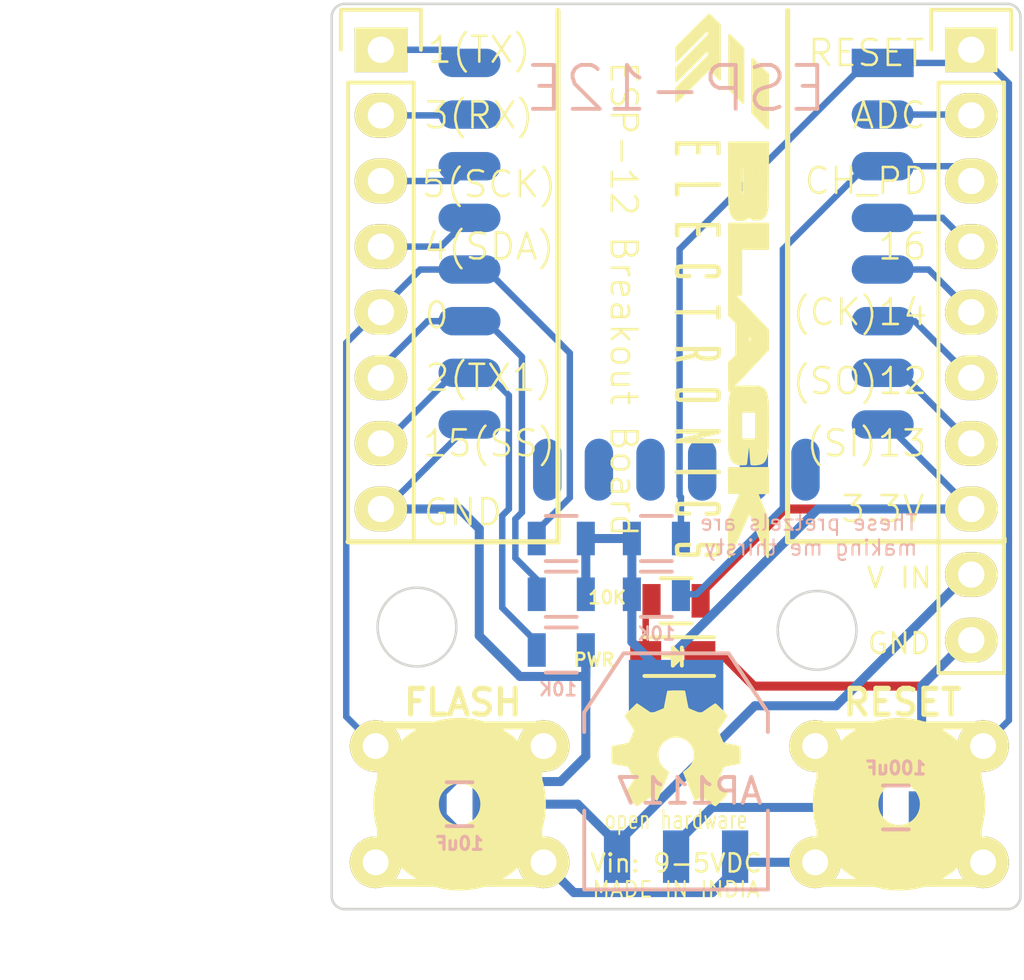
<source format=kicad_pcb>
(kicad_pcb (version 4) (host pcbnew "(2015-06-30 BZR 5847, Git 785638a)-product")

  (general
    (links 46)
    (no_connects 1)
    (area 165.684999 43.891999 192.455001 79.044001)
    (thickness 1.6)
    (drawings 45)
    (tracks 139)
    (zones 0)
    (modules 17)
    (nets 25)
  )

  (page A4)
  (layers
    (0 F.Cu signal)
    (31 B.Cu signal hide)
    (32 B.Adhes user)
    (33 F.Adhes user)
    (34 B.Paste user)
    (35 F.Paste user)
    (36 B.SilkS user)
    (37 F.SilkS user)
    (38 B.Mask user)
    (39 F.Mask user)
    (40 Dwgs.User user)
    (41 Cmts.User user)
    (42 Eco1.User user)
    (43 Eco2.User user)
    (44 Edge.Cuts user)
    (45 Margin user)
    (46 B.CrtYd user)
    (47 F.CrtYd user)
    (48 B.Fab user)
    (49 F.Fab user)
  )

  (setup
    (last_trace_width 0.25)
    (trace_clearance 0.2)
    (zone_clearance 0.508)
    (zone_45_only no)
    (trace_min 0.2)
    (segment_width 0.2)
    (edge_width 0.1)
    (via_size 0.6)
    (via_drill 0.4)
    (via_min_size 0.4)
    (via_min_drill 0.3)
    (uvia_size 0.3)
    (uvia_drill 0.1)
    (uvias_allowed no)
    (uvia_min_size 0.2)
    (uvia_min_drill 0.1)
    (pcb_text_width 0.3)
    (pcb_text_size 1.5 1.5)
    (mod_edge_width 0.15)
    (mod_text_size 1 1)
    (mod_text_width 0.15)
    (pad_size 6 6)
    (pad_drill 3.2)
    (pad_to_mask_clearance 0)
    (aux_axis_origin 0 0)
    (visible_elements 7FFFFF7F)
    (pcbplotparams
      (layerselection 0x010fc_80000001)
      (usegerberextensions false)
      (excludeedgelayer true)
      (linewidth 0.100000)
      (plotframeref false)
      (viasonmask false)
      (mode 1)
      (useauxorigin false)
      (hpglpennumber 1)
      (hpglpenspeed 20)
      (hpglpendiameter 15)
      (hpglpenoverlay 2)
      (psnegative false)
      (psa4output false)
      (plotreference true)
      (plotvalue true)
      (plotinvisibletext false)
      (padsonsilk false)
      (subtractmaskfromsilk true)
      (outputformat 1)
      (mirror false)
      (drillshape 0)
      (scaleselection 1)
      (outputdirectory Gerbers/))
  )

  (net 0 "")
  (net 1 /0)
  (net 2 GND)
  (net 3 /CH_PD)
  (net 4 /2)
  (net 5 /15)
  (net 6 /5V)
  (net 7 /3V3)
  (net 8 /RESET)
  (net 9 /16)
  (net 10 /14)
  (net 11 /12)
  (net 12 /13)
  (net 13 /4)
  (net 14 /TX)
  (net 15 /RX)
  (net 16 /5)
  (net 17 /ADC)
  (net 18 "Net-(U1-Pad9)")
  (net 19 "Net-(U1-Pad10)")
  (net 20 "Net-(U1-Pad11)")
  (net 21 "Net-(U1-Pad12)")
  (net 22 "Net-(U1-Pad13)")
  (net 23 "Net-(U1-Pad14)")
  (net 24 "Net-(D1-Pad2)")

  (net_class Default "This is the default net class."
    (clearance 0.2)
    (trace_width 0.25)
    (via_dia 0.6)
    (via_drill 0.4)
    (uvia_dia 0.3)
    (uvia_drill 0.1)
    (add_net /0)
    (add_net /12)
    (add_net /13)
    (add_net /14)
    (add_net /15)
    (add_net /16)
    (add_net /2)
    (add_net /4)
    (add_net /5)
    (add_net /ADC)
    (add_net /CH_PD)
    (add_net /RESET)
    (add_net /RX)
    (add_net /TX)
    (add_net "Net-(D1-Pad2)")
    (add_net "Net-(U1-Pad10)")
    (add_net "Net-(U1-Pad11)")
    (add_net "Net-(U1-Pad12)")
    (add_net "Net-(U1-Pad13)")
    (add_net "Net-(U1-Pad14)")
    (add_net "Net-(U1-Pad9)")
  )

  (net_class Power ""
    (clearance 0.2)
    (trace_width 0.35)
    (via_dia 0.6)
    (via_drill 0.4)
    (uvia_dia 0.3)
    (uvia_drill 0.1)
    (add_net /3V3)
    (add_net /5V)
    (add_net GND)
  )

  (module ESP8266:ESP-12E locked (layer B.Cu) (tedit 57A42DC3) (tstamp 565FDA72)
    (at 187.071 46.228 180)
    (descr "Module, ESP-8266, ESP-12, 16 pad, SMD")
    (tags "Module ESP-8266 ESP8266")
    (path /56601FD6)
    (fp_text reference U1 (at -2 2 180) (layer B.SilkS) hide
      (effects (font (size 1 1) (thickness 0.15)) (justify mirror))
    )
    (fp_text value ESP-12E (at 8 -1 180) (layer B.SilkS)
      (effects (font (size 1.7 1.7) (thickness 0.15)) (justify mirror))
    )
    (fp_line (start 16 8.4) (end 0 2.6) (layer B.CrtYd) (width 0.1524))
    (fp_line (start 0 8.4) (end 16 2.6) (layer B.CrtYd) (width 0.1524))
    (fp_text user "No Copper" (at 7.9 5.4 180) (layer B.CrtYd)
      (effects (font (size 1 1) (thickness 0.15)) (justify mirror))
    )
    (fp_line (start 0 8.4) (end 0 2.6) (layer B.CrtYd) (width 0.1524))
    (fp_line (start 0 2.6) (end 16 2.6) (layer B.CrtYd) (width 0.1524))
    (fp_line (start 16 2.6) (end 16 8.4) (layer B.CrtYd) (width 0.1524))
    (fp_line (start 16 8.4) (end 0 8.4) (layer B.CrtYd) (width 0.1524))
    (fp_line (start 16 8.4) (end 16 -15.6) (layer B.Fab) (width 0.1524))
    (fp_line (start 16 -15.6) (end 0 -15.6) (layer B.Fab) (width 0.1524))
    (fp_line (start 0 -15.6) (end 0 8.4) (layer B.Fab) (width 0.1524))
    (fp_line (start 0 8.4) (end 16 8.4) (layer B.Fab) (width 0.1524))
    (pad 9 smd oval (at 2.99 -15.75 90) (size 2.4 1.1) (layers B.Cu B.Paste B.Mask)
      (net 18 "Net-(U1-Pad9)"))
    (pad 10 smd oval (at 4.99 -15.75 90) (size 2.4 1.1) (layers B.Cu B.Paste B.Mask)
      (net 19 "Net-(U1-Pad10)"))
    (pad 11 smd oval (at 6.99 -15.75 90) (size 2.4 1.1) (layers B.Cu B.Paste B.Mask)
      (net 20 "Net-(U1-Pad11)"))
    (pad 12 smd oval (at 8.99 -15.75 90) (size 2.4 1.1) (layers B.Cu B.Paste B.Mask)
      (net 21 "Net-(U1-Pad12)"))
    (pad 13 smd oval (at 10.99 -15.75 90) (size 2.4 1.1) (layers B.Cu B.Paste B.Mask)
      (net 22 "Net-(U1-Pad13)"))
    (pad 14 smd oval (at 12.99 -15.75 90) (size 2.4 1.1) (layers B.Cu B.Paste B.Mask)
      (net 23 "Net-(U1-Pad14)"))
    (pad 1 smd rect (at 0 0 180) (size 2.4 1.1) (layers B.Cu B.Paste B.Mask)
      (net 8 /RESET))
    (pad 2 smd oval (at 0 -2 180) (size 2.4 1.1) (layers B.Cu B.Paste B.Mask)
      (net 17 /ADC))
    (pad 3 smd oval (at 0 -4 180) (size 2.4 1.1) (layers B.Cu B.Paste B.Mask)
      (net 3 /CH_PD))
    (pad 4 smd oval (at 0 -6 180) (size 2.4 1.1) (layers B.Cu B.Paste B.Mask)
      (net 9 /16))
    (pad 5 smd oval (at 0 -8 180) (size 2.4 1.1) (layers B.Cu B.Paste B.Mask)
      (net 10 /14))
    (pad 6 smd oval (at 0 -10 180) (size 2.4 1.1) (layers B.Cu B.Paste B.Mask)
      (net 11 /12))
    (pad 7 smd oval (at 0 -12 180) (size 2.4 1.1) (layers B.Cu B.Paste B.Mask)
      (net 12 /13))
    (pad 8 smd oval (at 0 -14 180) (size 2.4 1.1) (layers B.Cu B.Paste B.Mask)
      (net 7 /3V3))
    (pad 15 smd oval (at 16 -14 180) (size 2.4 1.1) (layers B.Cu B.Paste B.Mask)
      (net 2 GND))
    (pad 16 smd oval (at 16 -12 180) (size 2.4 1.1) (layers B.Cu B.Paste B.Mask)
      (net 5 /15))
    (pad 17 smd oval (at 16 -10 180) (size 2.4 1.1) (layers B.Cu B.Paste B.Mask)
      (net 4 /2))
    (pad 18 smd oval (at 16 -8 180) (size 2.4 1.1) (layers B.Cu B.Paste B.Mask)
      (net 1 /0))
    (pad 19 smd oval (at 16 -6 180) (size 2.4 1.1) (layers B.Cu B.Paste B.Mask)
      (net 13 /4))
    (pad 20 smd oval (at 16 -4 180) (size 2.4 1.1) (layers B.Cu B.Paste B.Mask)
      (net 16 /5))
    (pad 21 smd oval (at 16 -2 180) (size 2.4 1.1) (layers B.Cu B.Paste B.Mask)
      (net 15 /RX))
    (pad 22 smd oval (at 16 0 180) (size 2.4 1.1) (layers B.Cu B.Paste B.Mask)
      (net 14 /TX))
    (model walter/ESP8266.3dshapes/ESP-12aaa.wrl
      (at (xyz 0.03 0 0))
      (scale (xyz 0.4 0.4 0.2))
      (rotate (xyz 0 0 0))
    )
  )

  (module Pin_Headers:Pin_Header_Straight_1x08 locked (layer F.Cu) (tedit 57A426B3) (tstamp 57A335DF)
    (at 167.64 45.72)
    (descr "Through hole pin header")
    (tags "pin header")
    (path /57A5C7EF)
    (fp_text reference P3 (at 0 -5.1) (layer F.SilkS) hide
      (effects (font (size 1 1) (thickness 0.15)))
    )
    (fp_text value CONN_01X08 (at 0 -3.1) (layer F.Fab) hide
      (effects (font (size 1 1) (thickness 0.15)))
    )
    (fp_line (start -1.75 -1.75) (end -1.75 19.55) (layer F.CrtYd) (width 0.05))
    (fp_line (start 1.75 -1.75) (end 1.75 19.55) (layer F.CrtYd) (width 0.05))
    (fp_line (start -1.75 -1.75) (end 1.75 -1.75) (layer F.CrtYd) (width 0.05))
    (fp_line (start -1.75 19.55) (end 1.75 19.55) (layer F.CrtYd) (width 0.05))
    (fp_line (start 1.27 1.27) (end 1.27 19.05) (layer F.SilkS) (width 0.15))
    (fp_line (start 1.27 19.05) (end -1.27 19.05) (layer F.SilkS) (width 0.15))
    (fp_line (start -1.27 19.05) (end -1.27 1.27) (layer F.SilkS) (width 0.15))
    (fp_line (start 1.55 -1.55) (end 1.55 0) (layer F.SilkS) (width 0.15))
    (fp_line (start 1.27 1.27) (end -1.27 1.27) (layer F.SilkS) (width 0.15))
    (fp_line (start -1.55 0) (end -1.55 -1.55) (layer F.SilkS) (width 0.15))
    (fp_line (start -1.55 -1.55) (end 1.55 -1.55) (layer F.SilkS) (width 0.15))
    (pad 1 thru_hole rect (at 0 0) (size 2.032 1.7272) (drill 1.016) (layers *.Cu *.Mask F.SilkS)
      (net 14 /TX))
    (pad 2 thru_hole oval (at 0 2.54) (size 2.032 1.7272) (drill 1.016) (layers *.Cu *.Mask F.SilkS)
      (net 15 /RX))
    (pad 3 thru_hole oval (at 0 5.08) (size 2.032 1.7272) (drill 1.016) (layers *.Cu *.Mask F.SilkS)
      (net 16 /5))
    (pad 4 thru_hole oval (at 0 7.62) (size 2.032 1.7272) (drill 1.016) (layers *.Cu *.Mask F.SilkS)
      (net 13 /4))
    (pad 5 thru_hole oval (at 0 10.16) (size 2.032 1.7272) (drill 1.016) (layers *.Cu *.Mask F.SilkS)
      (net 1 /0))
    (pad 6 thru_hole oval (at 0 12.7) (size 2.032 1.7272) (drill 1.016) (layers *.Cu *.Mask F.SilkS)
      (net 4 /2))
    (pad 7 thru_hole oval (at 0 15.24) (size 2.032 1.7272) (drill 1.016) (layers *.Cu *.Mask F.SilkS)
      (net 5 /15))
    (pad 8 thru_hole oval (at 0 17.78) (size 2.032 1.7272) (drill 1.016) (layers *.Cu *.Mask F.SilkS)
      (net 2 GND))
    (model Pin_Headers.3dshapes/Pin_Header_Straight_1x08.wrl
      (at (xyz 0 -0.35 0))
      (scale (xyz 1 1 1))
      (rotate (xyz 0 0 90))
    )
  )

  (module Capacitors_SMD:C_0805 (layer B.Cu) (tedit 57A814FE) (tstamp 57A6CFF9)
    (at 170.688 74.93 180)
    (descr "Capacitor SMD 0805, reflow soldering, AVX (see smccp.pdf)")
    (tags "capacitor 0805")
    (path /57A7FB99)
    (attr smd)
    (fp_text reference C1 (at 0 1.778 180) (layer B.SilkS) hide
      (effects (font (size 1 1) (thickness 0.15)) (justify mirror))
    )
    (fp_text value 10uF (at 0 -1.524 180) (layer B.SilkS)
      (effects (font (size 0.5 0.5) (thickness 0.125)) (justify mirror))
    )
    (fp_line (start -1.8 1) (end 1.8 1) (layer B.CrtYd) (width 0.05))
    (fp_line (start -1.8 -1) (end 1.8 -1) (layer B.CrtYd) (width 0.05))
    (fp_line (start -1.8 1) (end -1.8 -1) (layer B.CrtYd) (width 0.05))
    (fp_line (start 1.8 1) (end 1.8 -1) (layer B.CrtYd) (width 0.05))
    (fp_line (start 0.5 0.85) (end -0.5 0.85) (layer B.SilkS) (width 0.15))
    (fp_line (start -0.5 -0.85) (end 0.5 -0.85) (layer B.SilkS) (width 0.15))
    (pad 1 smd rect (at -1 0 180) (size 1 1.25) (layers B.Cu B.Paste B.Mask)
      (net 6 /5V))
    (pad 2 smd rect (at 1 0 180) (size 1 1.25) (layers B.Cu B.Paste B.Mask)
      (net 2 GND))
    (model Capacitors_SMD.3dshapes/C_0805.wrl
      (at (xyz 0 0 0))
      (scale (xyz 1 1 1))
      (rotate (xyz 0 0 0))
    )
  )

  (module Capacitors_SMD:C_0805 (layer B.Cu) (tedit 57A814FF) (tstamp 57A6CFFE)
    (at 187.579 75.057)
    (descr "Capacitor SMD 0805, reflow soldering, AVX (see smccp.pdf)")
    (tags "capacitor 0805")
    (path /57A80003)
    (attr smd)
    (fp_text reference C2 (at 0 2.1) (layer B.SilkS) hide
      (effects (font (size 1 1) (thickness 0.15)) (justify mirror))
    )
    (fp_text value 100uF (at 0 -1.524) (layer B.SilkS)
      (effects (font (size 0.5 0.5) (thickness 0.125)) (justify mirror))
    )
    (fp_line (start -1.8 1) (end 1.8 1) (layer B.CrtYd) (width 0.05))
    (fp_line (start -1.8 -1) (end 1.8 -1) (layer B.CrtYd) (width 0.05))
    (fp_line (start -1.8 1) (end -1.8 -1) (layer B.CrtYd) (width 0.05))
    (fp_line (start 1.8 1) (end 1.8 -1) (layer B.CrtYd) (width 0.05))
    (fp_line (start 0.5 0.85) (end -0.5 0.85) (layer B.SilkS) (width 0.15))
    (fp_line (start -0.5 -0.85) (end 0.5 -0.85) (layer B.SilkS) (width 0.15))
    (pad 1 smd rect (at -1 0) (size 1 1.25) (layers B.Cu B.Paste B.Mask)
      (net 7 /3V3))
    (pad 2 smd rect (at 1 0) (size 1 1.25) (layers B.Cu B.Paste B.Mask)
      (net 2 GND))
    (model Capacitors_SMD.3dshapes/C_0805.wrl
      (at (xyz 0 0 0))
      (scale (xyz 1 1 1))
      (rotate (xyz 0 0 0))
    )
  )

  (module TO_SOT_Packages_SMD:SOT-223_edit locked (layer B.Cu) (tedit 57A9A432) (tstamp 57A8221C)
    (at 179.07 73.66 180)
    (descr "module CMS SOT223 4 pins")
    (tags "CMS SOT")
    (path /57A78B90)
    (attr smd)
    (fp_text reference U2 (at 0 0.762 180) (layer B.SilkS) hide
      (effects (font (size 1 1) (thickness 0.15)) (justify mirror))
    )
    (fp_text value AP1117 (at -0.508 -0.762 180) (layer B.SilkS)
      (effects (font (size 1 1) (thickness 0.15)) (justify mirror))
    )
    (fp_line (start -3.556 -1.524) (end -3.556 -4.572) (layer B.SilkS) (width 0.15))
    (fp_line (start -3.556 -4.572) (end 3.556 -4.572) (layer B.SilkS) (width 0.15))
    (fp_line (start 3.556 -4.572) (end 3.556 -1.524) (layer B.SilkS) (width 0.15))
    (fp_line (start -3.556 1.524) (end -3.556 2.286) (layer B.SilkS) (width 0.15))
    (fp_line (start -3.556 2.286) (end -2.032 4.572) (layer B.SilkS) (width 0.15))
    (fp_line (start -2.032 4.572) (end 2.032 4.572) (layer B.SilkS) (width 0.15))
    (fp_line (start 2.032 4.572) (end 3.556 2.286) (layer B.SilkS) (width 0.15))
    (fp_line (start 3.556 2.286) (end 3.556 1.524) (layer B.SilkS) (width 0.15))
    (pad 2 smd rect (at 0 3.302 180) (size 3.6576 2.032) (layers B.Cu B.Paste B.Mask)
      (net 7 /3V3))
    (pad 2 smd rect (at 0 -3.302 180) (size 1.016 2.032) (layers B.Cu B.Paste B.Mask)
      (net 7 /3V3))
    (pad 3 smd rect (at 2.286 -3.302 180) (size 1.016 2.032) (layers B.Cu B.Paste B.Mask)
      (net 6 /5V))
    (pad 1 smd rect (at -2.286 -3.302 180) (size 1.016 2.032) (layers B.Cu B.Paste B.Mask)
      (net 2 GND))
    (model walter/smd_trans/sot223.wrl
      (at (xyz 0 0 0))
      (scale (xyz 1 1 1))
      (rotate (xyz 0 0 0))
    )
  )

  (module w_switch:PCB_PUSH_edit (layer F.Cu) (tedit 57A9A775) (tstamp 57A96290)
    (at 187.706 74.93 90)
    (descr "PCB pushbutton, Tyco FSM6x6 series")
    (tags pushbutton)
    (path /57A3538C)
    (fp_text reference SW1 (at 0 -5.08 90) (layer F.SilkS) hide
      (effects (font (size 1.27 1.27) (thickness 0.3175)))
    )
    (fp_text value RESET (at 3.937 0.127 180) (layer F.SilkS)
      (effects (font (size 1 1) (thickness 0.2)))
    )
    (fp_line (start -3.048 -3.048) (end 3.048 -3.048) (layer F.SilkS) (width 0.3048))
    (fp_line (start 3.048 -3.048) (end 3.048 3.048) (layer F.SilkS) (width 0.3048))
    (fp_line (start 3.048 3.048) (end -3.048 3.048) (layer F.SilkS) (width 0.3048))
    (fp_line (start -3.048 3.048) (end -3.048 -3.048) (layer F.SilkS) (width 0.3048))
    (fp_circle (center 0 0) (end -0.762 0.254) (layer F.SilkS) (width 2.54))
    (pad 1 thru_hole circle (at -2.25044 -3.2512 90) (size 1.99898 1.99898) (drill 1.00076) (layers *.Cu *.Mask F.SilkS)
      (net 2 GND))
    (pad 2 thru_hole circle (at 2.25044 3.2512 90) (size 1.99898 1.99898) (drill 1.00076) (layers *.Cu *.Mask F.SilkS)
      (net 8 /RESET))
    (pad 2 thru_hole circle (at 2.25044 -3.2512 90) (size 1.99898 1.99898) (drill 1.00076) (layers *.Cu *.Mask F.SilkS)
      (net 8 /RESET))
    (pad 1 thru_hole circle (at -2.25044 3.2512 90) (size 1.99898 1.99898) (drill 1.00076) (layers *.Cu *.Mask F.SilkS)
      (net 2 GND))
    (model walter/switch/pcb_push.wrl
      (at (xyz 0 0 0))
      (scale (xyz 1 1 1))
      (rotate (xyz 0 0 0))
    )
  )

  (module w_switch:PCB_PUSH_edit (layer F.Cu) (tedit 57A98B6E) (tstamp 57A96297)
    (at 170.688 74.93 270)
    (descr "PCB pushbutton, Tyco FSM6x6 series")
    (tags pushbutton)
    (path /57A35C9C)
    (fp_text reference SW2 (at 0 -5.08 270) (layer F.SilkS) hide
      (effects (font (size 1.27 1.27) (thickness 0.3175)))
    )
    (fp_text value FLASH (at -3.937 -0.127 360) (layer F.SilkS)
      (effects (font (size 1 1) (thickness 0.2)))
    )
    (fp_line (start -3.048 -3.048) (end 3.048 -3.048) (layer F.SilkS) (width 0.3048))
    (fp_line (start 3.048 -3.048) (end 3.048 3.048) (layer F.SilkS) (width 0.3048))
    (fp_line (start 3.048 3.048) (end -3.048 3.048) (layer F.SilkS) (width 0.3048))
    (fp_line (start -3.048 3.048) (end -3.048 -3.048) (layer F.SilkS) (width 0.3048))
    (fp_circle (center 0 0) (end -0.762 0.254) (layer F.SilkS) (width 2.54))
    (pad 1 thru_hole circle (at -2.25044 -3.2512 270) (size 1.99898 1.99898) (drill 1.00076) (layers *.Cu *.Mask F.SilkS)
      (net 1 /0))
    (pad 2 thru_hole circle (at 2.25044 3.2512 270) (size 1.99898 1.99898) (drill 1.00076) (layers *.Cu *.Mask F.SilkS)
      (net 2 GND))
    (pad 2 thru_hole circle (at 2.25044 -3.2512 270) (size 1.99898 1.99898) (drill 1.00076) (layers *.Cu *.Mask F.SilkS)
      (net 2 GND))
    (pad 1 thru_hole circle (at -2.25044 3.2512 270) (size 1.99898 1.99898) (drill 1.00076) (layers *.Cu *.Mask F.SilkS)
      (net 1 /0))
    (model walter/switch/pcb_push.wrl
      (at (xyz 0 0 0))
      (scale (xyz 1 1 1))
      (rotate (xyz 0 0 0))
    )
  )

  (module Pin_Headers:Pin_Header_Straight_1x10 locked (layer F.Cu) (tedit 57A98046) (tstamp 57A9684D)
    (at 190.5 45.72)
    (descr "Through hole pin header")
    (tags "pin header")
    (path /57A98258)
    (fp_text reference P1 (at 0 -5.1) (layer F.SilkS) hide
      (effects (font (size 1 1) (thickness 0.15)))
    )
    (fp_text value CONN_01X10 (at 0 -3.1) (layer F.Fab) hide
      (effects (font (size 1 1) (thickness 0.15)))
    )
    (fp_line (start -1.75 -1.75) (end -1.75 24.65) (layer F.CrtYd) (width 0.05))
    (fp_line (start 1.75 -1.75) (end 1.75 24.65) (layer F.CrtYd) (width 0.05))
    (fp_line (start -1.75 -1.75) (end 1.75 -1.75) (layer F.CrtYd) (width 0.05))
    (fp_line (start -1.75 24.65) (end 1.75 24.65) (layer F.CrtYd) (width 0.05))
    (fp_line (start 1.27 1.27) (end 1.27 24.13) (layer F.SilkS) (width 0.15))
    (fp_line (start 1.27 24.13) (end -1.27 24.13) (layer F.SilkS) (width 0.15))
    (fp_line (start -1.27 24.13) (end -1.27 1.27) (layer F.SilkS) (width 0.15))
    (fp_line (start 1.55 -1.55) (end 1.55 0) (layer F.SilkS) (width 0.15))
    (fp_line (start 1.27 1.27) (end -1.27 1.27) (layer F.SilkS) (width 0.15))
    (fp_line (start -1.55 0) (end -1.55 -1.55) (layer F.SilkS) (width 0.15))
    (fp_line (start -1.55 -1.55) (end 1.55 -1.55) (layer F.SilkS) (width 0.15))
    (pad 1 thru_hole rect (at 0 0) (size 2.032 1.7272) (drill 1.016) (layers *.Cu *.Mask F.SilkS)
      (net 8 /RESET))
    (pad 2 thru_hole oval (at 0 2.54) (size 2.032 1.7272) (drill 1.016) (layers *.Cu *.Mask F.SilkS)
      (net 17 /ADC))
    (pad 3 thru_hole oval (at 0 5.08) (size 2.032 1.7272) (drill 1.016) (layers *.Cu *.Mask F.SilkS)
      (net 3 /CH_PD))
    (pad 4 thru_hole oval (at 0 7.62) (size 2.032 1.7272) (drill 1.016) (layers *.Cu *.Mask F.SilkS)
      (net 9 /16))
    (pad 5 thru_hole oval (at 0 10.16) (size 2.032 1.7272) (drill 1.016) (layers *.Cu *.Mask F.SilkS)
      (net 10 /14))
    (pad 6 thru_hole oval (at 0 12.7) (size 2.032 1.7272) (drill 1.016) (layers *.Cu *.Mask F.SilkS)
      (net 11 /12))
    (pad 7 thru_hole oval (at 0 15.24) (size 2.032 1.7272) (drill 1.016) (layers *.Cu *.Mask F.SilkS)
      (net 12 /13))
    (pad 8 thru_hole oval (at 0 17.78) (size 2.032 1.7272) (drill 1.016) (layers *.Cu *.Mask F.SilkS)
      (net 7 /3V3))
    (pad 9 thru_hole oval (at 0 20.32) (size 2.032 1.7272) (drill 1.016) (layers *.Cu *.Mask F.SilkS)
      (net 6 /5V))
    (pad 10 thru_hole oval (at 0 22.86) (size 2.032 1.7272) (drill 1.016) (layers *.Cu *.Mask F.SilkS)
      (net 2 GND))
    (model Pin_Headers.3dshapes/Pin_Header_Straight_1x10.wrl
      (at (xyz 0 -0.45 0))
      (scale (xyz 1 1 1))
      (rotate (xyz 0 0 90))
    )
  )

  (module logo:3k5 (layer F.Cu) (tedit 0) (tstamp 57A98C4E)
    (at 180.848 54.864 270)
    (fp_text reference G*** (at 0 0 270) (layer F.SilkS) hide
      (effects (font (thickness 0.3)))
    )
    (fp_text value LOGO (at 0.75 0 270) (layer F.SilkS) hide
      (effects (font (thickness 0.3)))
    )
    (fp_poly (pts (xy -5.101771 1.778) (xy -5.326742 1.778) (xy -5.551714 1.778) (xy -5.551714 0.9398)
      (xy -5.551714 0.1016) (xy -5.334 0.1016) (xy -5.116285 0.1016) (xy -5.116285 0.137885)
      (xy -5.116285 0.174171) (xy -5.297714 0.174171) (xy -5.479142 0.174171) (xy -5.479142 0.526142)
      (xy -5.479142 0.878114) (xy -5.312228 0.878114) (xy -5.145314 0.878114) (xy -5.145314 0.918028)
      (xy -5.145314 0.957942) (xy -5.312228 0.957942) (xy -5.479142 0.957942) (xy -5.479142 1.328057)
      (xy -5.479142 1.698171) (xy -5.290457 1.698171) (xy -5.101771 1.698171) (xy -5.101771 1.738085)
      (xy -5.101771 1.778) (xy -5.101771 1.778)) (layer F.SilkS) (width 0.1))
    (fp_poly (pts (xy -3.5052 1.778) (xy -3.730171 1.778) (xy -3.955142 1.778) (xy -3.955142 1.394568)
      (xy -3.955233 1.311892) (xy -3.955494 1.217759) (xy -3.955907 1.115225) (xy -3.956455 1.007345)
      (xy -3.957121 0.897176) (xy -3.957886 0.787774) (xy -3.958734 0.682194) (xy -3.959647 0.583492)
      (xy -3.959962 0.552739) (xy -3.964781 0.094342) (xy -3.923676 0.094342) (xy -3.882571 0.094342)
      (xy -3.882571 0.896257) (xy -3.882571 1.698171) (xy -3.698421 1.698171) (xy -3.514271 1.698171)
      (xy -3.509735 1.72085) (xy -3.506404 1.74308) (xy -3.5052 1.760764) (xy -3.5052 1.778)
      (xy -3.5052 1.778)) (layer F.SilkS) (width 0.1))
    (fp_poly (pts (xy -1.937657 1.778) (xy -2.162628 1.778) (xy -2.3876 1.778) (xy -2.3876 0.9398)
      (xy -2.3876 0.1016) (xy -2.169885 0.1016) (xy -1.952171 0.1016) (xy -1.952171 0.137885)
      (xy -1.952171 0.174171) (xy -2.133669 0.174171) (xy -2.315168 0.174171) (xy -2.313284 0.524328)
      (xy -2.3114 0.874485) (xy -2.1463 0.876436) (xy -1.9812 0.878386) (xy -1.9812 0.918164)
      (xy -1.9812 0.957942) (xy -2.148114 0.957942) (xy -2.315028 0.957942) (xy -2.315028 1.328057)
      (xy -2.315028 1.698171) (xy -2.126342 1.698171) (xy -1.937657 1.698171) (xy -1.937657 1.738085)
      (xy -1.937657 1.778) (xy -1.937657 1.778)) (layer F.SilkS) (width 0.1))
    (fp_poly (pts (xy -0.340268 0.624114) (xy -0.372719 0.624114) (xy -0.405171 0.624114) (xy -0.407641 0.429985)
      (xy -0.408492 0.370644) (xy -0.409444 0.324005) (xy -0.410627 0.288256) (xy -0.41217 0.261584)
      (xy -0.414202 0.242177) (xy -0.416855 0.228223) (xy -0.420256 0.217909) (xy -0.423252 0.211699)
      (xy -0.43597 0.193648) (xy -0.452902 0.180857) (xy -0.476318 0.172674) (xy -0.50849 0.168448)
      (xy -0.551687 0.167526) (xy -0.575409 0.168018) (xy -0.661609 0.170563) (xy -0.682136 0.193537)
      (xy -0.699467 0.221075) (xy -0.710745 0.255437) (xy -0.712282 0.268517) (xy -0.713606 0.292191)
      (xy -0.714721 0.326875) (xy -0.71563 0.37299) (xy -0.716337 0.430953) (xy -0.716845 0.501183)
      (xy -0.717158 0.584099) (xy -0.71728 0.680119) (xy -0.717214 0.789662) (xy -0.716963 0.913148)
      (xy -0.716827 0.961795) (xy -0.716481 1.075291) (xy -0.716151 1.175181) (xy -0.715815 1.262372)
      (xy -0.715451 1.337771) (xy -0.715037 1.402286) (xy -0.714551 1.456825) (xy -0.713971 1.502294)
      (xy -0.713276 1.539603) (xy -0.712443 1.569657) (xy -0.71145 1.593365) (xy -0.710275 1.611634)
      (xy -0.708896 1.625372) (xy -0.707293 1.635487) (xy -0.705441 1.642885) (xy -0.70332 1.648475)
      (xy -0.700908 1.653164) (xy -0.700067 1.654628) (xy -0.684634 1.675602) (xy -0.665041 1.690227)
      (xy -0.638705 1.699442) (xy -0.603037 1.704189) (xy -0.560381 1.705417) (xy -0.522448 1.705087)
      (xy -0.491689 1.703168) (xy -0.467353 1.698282) (xy -0.448687 1.689053) (xy -0.434941 1.674105)
      (xy -0.425361 1.65206) (xy -0.419196 1.621543) (xy -0.415694 1.581176) (xy -0.414104 1.529584)
      (xy -0.413673 1.465388) (xy -0.413657 1.436767) (xy -0.413657 1.248228) (xy -0.381 1.248228)
      (xy -0.348342 1.248228) (xy -0.348342 1.457384) (xy -0.348342 1.66654) (xy -0.3683 1.70557)
      (xy -0.380671 1.728569) (xy -0.39254 1.745782) (xy -0.406202 1.758081) (xy -0.423953 1.766338)
      (xy -0.448087 1.771423) (xy -0.480899 1.774208) (xy -0.524684 1.775563) (xy -0.553863 1.77601)
      (xy -0.612488 1.776163) (xy -0.657024 1.774882) (xy -0.687827 1.772149) (xy -0.703254 1.768753)
      (xy -0.732173 1.750982) (xy -0.75665 1.721165) (xy -0.775068 1.681488) (xy -0.780048 1.664654)
      (xy -0.781952 1.655867) (xy -0.783623 1.64477) (xy -0.785075 1.630479) (xy -0.786316 1.612105)
      (xy -0.787359 1.588762) (xy -0.788214 1.559563) (xy -0.788893 1.523621) (xy -0.789406 1.480049)
      (xy -0.789766 1.42796) (xy -0.789982 1.366468) (xy -0.790066 1.294685) (xy -0.790029 1.211725)
      (xy -0.789882 1.116701) (xy -0.789636 1.008726) (xy -0.789389 0.917169) (xy -0.7874 0.214085)
      (xy -0.767092 0.172732) (xy -0.753119 0.146933) (xy -0.738526 0.127774) (xy -0.720892 0.114215)
      (xy -0.697796 0.105216) (xy -0.666817 0.099738) (xy -0.625535 0.096741) (xy -0.587348 0.095518)
      (xy -0.541022 0.095108) (xy -0.50084 0.096049) (xy -0.46967 0.09822) (xy -0.451606 0.101152)
      (xy -0.412193 0.119087) (xy -0.379141 0.149211) (xy -0.360724 0.176898) (xy -0.356062 0.186236)
      (xy -0.352375 0.196021) (xy -0.349528 0.208051) (xy -0.347382 0.224128) (xy -0.345799 0.246051)
      (xy -0.344643 0.275619) (xy -0.343776 0.314634) (xy -0.343059 0.364894) (xy -0.342491 0.415471)
      (xy -0.340268 0.624114) (xy -0.340268 0.624114)) (layer F.SilkS) (width 0.1))
    (fp_poly (pts (xy 1.248229 0.174171) (xy 1.150258 0.174171) (xy 1.052286 0.174171) (xy 1.052286 0.976085)
      (xy 1.052286 1.778) (xy 1.019629 1.778) (xy 0.986972 1.778) (xy 0.986972 0.976085)
      (xy 0.986972 0.174171) (xy 0.892629 0.174171) (xy 0.798286 0.174171) (xy 0.798286 0.137885)
      (xy 0.798286 0.1016) (xy 1.023258 0.1016) (xy 1.248229 0.1016) (xy 1.248229 0.137885)
      (xy 1.248229 0.174171) (xy 1.248229 0.174171)) (layer F.SilkS) (width 0.1))
    (fp_poly (pts (xy 2.893205 1.772378) (xy 2.886936 1.776225) (xy 2.871156 1.777777) (xy 2.853036 1.778)
      (xy 2.827608 1.777169) (xy 2.813248 1.774072) (xy 2.806574 1.767804) (xy 2.805604 1.7653)
      (xy 2.803035 1.754726) (xy 2.798 1.732165) (xy 2.790979 1.699844) (xy 2.782455 1.659987)
      (xy 2.772909 1.61482) (xy 2.768322 1.592942) (xy 2.750872 1.510856) (xy 2.733617 1.432221)
      (xy 2.716925 1.358584) (xy 2.701168 1.291492) (xy 2.686716 1.232493) (xy 2.673939 1.183134)
      (xy 2.663208 1.144962) (xy 2.655053 1.119948) (xy 2.642273 1.092416) (xy 2.626254 1.066748)
      (xy 2.615766 1.0541) (xy 2.603293 1.04238) (xy 2.591933 1.035368) (xy 2.577474 1.031859)
      (xy 2.555707 1.030644) (xy 2.533469 1.030514) (xy 2.474686 1.030514) (xy 2.474686 1.404257)
      (xy 2.474686 1.778) (xy 2.442029 1.778) (xy 2.409372 1.778) (xy 2.409372 0.935324)
      (xy 2.409372 0.092648) (xy 2.552873 0.095472) (xy 2.602006 0.096497) (xy 2.638975 0.097569)
      (xy 2.666125 0.098991) (xy 2.685804 0.101065) (xy 2.700358 0.104096) (xy 2.712135 0.108386)
      (xy 2.723481 0.114236) (xy 2.73072 0.118424) (xy 2.757429 0.139534) (xy 2.78019 0.169877)
      (xy 2.799635 0.210768) (xy 2.816394 0.263521) (xy 2.830545 0.326571) (xy 2.837112 0.370925)
      (xy 2.842113 0.425485) (xy 2.845365 0.486008) (xy 2.846686 0.548253) (xy 2.845893 0.607978)
      (xy 2.844185 0.643016) (xy 2.834686 0.735895) (xy 2.819325 0.816206) (xy 2.798168 0.883776)
      (xy 2.775488 0.929882) (xy 2.775488 0.522514) (xy 2.774491 0.441998) (xy 2.770828 0.374416)
      (xy 2.764145 0.318369) (xy 2.75409 0.272463) (xy 2.740307 0.235301) (xy 2.722443 0.205486)
      (xy 2.700143 0.181623) (xy 2.686339 0.170865) (xy 2.672485 0.161606) (xy 2.659912 0.155276)
      (xy 2.645354 0.151213) (xy 2.625539 0.148754) (xy 2.597201 0.147234) (xy 2.564782 0.14621)
      (xy 2.474686 0.14365) (xy 2.474686 0.554063) (xy 2.474686 0.964475) (xy 2.516415 0.96723)
      (xy 2.554084 0.968314) (xy 2.591196 0.966966) (xy 2.623598 0.963522) (xy 2.647139 0.95832)
      (xy 2.652486 0.956162) (xy 2.677834 0.940078) (xy 2.699053 0.918191) (xy 2.717082 0.88868)
      (xy 2.73286 0.849726) (xy 2.747328 0.799509) (xy 2.758357 0.751114) (xy 2.764398 0.720285)
      (xy 2.768841 0.69156) (xy 2.771929 0.661733) (xy 2.7739 0.627602) (xy 2.774995 0.58596)
      (xy 2.775454 0.533605) (xy 2.775488 0.522514) (xy 2.775488 0.929882) (xy 2.771282 0.938433)
      (xy 2.738734 0.980004) (xy 2.70373 1.006607) (xy 2.69877 1.011455) (xy 2.698603 1.01996)
      (xy 2.703922 1.035026) (xy 2.715425 1.059556) (xy 2.717343 1.063455) (xy 2.727649 1.085511)
      (xy 2.737378 1.109177) (xy 2.746923 1.135916) (xy 2.756677 1.167186) (xy 2.767032 1.204449)
      (xy 2.778382 1.249164) (xy 2.79112 1.302792) (xy 2.805639 1.366794) (xy 2.822333 1.442629)
      (xy 2.834457 1.4986) (xy 2.847228 1.557705) (xy 2.859147 1.612645) (xy 2.869844 1.661722)
      (xy 2.878945 1.703242) (xy 2.886081 1.735511) (xy 2.890879 1.756831) (xy 2.892904 1.7653)
      (xy 2.893205 1.772378) (xy 2.893205 1.772378)) (layer F.SilkS) (width 0.1))
    (fp_poly (pts (xy 4.445 1.658257) (xy 4.429336 1.687285) (xy 4.400385 1.727828) (xy 4.379747 1.744568)
      (xy 4.379747 0.705631) (xy 4.379728 0.611853) (xy 4.379591 0.530079) (xy 4.379274 0.45947)
      (xy 4.378712 0.39919) (xy 4.377843 0.348401) (xy 4.376603 0.306267) (xy 4.374929 0.271951)
      (xy 4.372757 0.244615) (xy 4.370023 0.223422) (xy 4.366666 0.207535) (xy 4.36262 0.196118)
      (xy 4.357823 0.188332) (xy 4.352212 0.183342) (xy 4.345723 0.180309) (xy 4.338292 0.178397)
      (xy 4.329857 0.176769) (xy 4.322342 0.175107) (xy 4.297207 0.170876) (xy 4.264499 0.168253)
      (xy 4.228184 0.167219) (xy 4.192224 0.167753) (xy 4.160583 0.169837) (xy 4.137224 0.173448)
      (xy 4.129315 0.176092) (xy 4.115856 0.187561) (xy 4.101081 0.207207) (xy 4.093029 0.221342)
      (xy 4.074886 0.257628) (xy 4.072743 0.902049) (xy 4.072458 1.012474) (xy 4.072354 1.115969)
      (xy 4.072426 1.211706) (xy 4.072668 1.298857) (xy 4.073075 1.376596) (xy 4.073639 1.444093)
      (xy 4.074357 1.500522) (xy 4.075222 1.545054) (xy 4.076228 1.576863) (xy 4.077369 1.595119)
      (xy 4.077567 1.596745) (xy 4.087578 1.641188) (xy 4.103706 1.672886) (xy 4.1263 1.692411)
      (xy 4.138811 1.697419) (xy 4.159697 1.701135) (xy 4.189353 1.703505) (xy 4.223876 1.704554)
      (xy 4.259361 1.704304) (xy 4.291903 1.702781) (xy 4.317598 1.700008) (xy 4.332117 1.696233)
      (xy 4.347471 1.684045) (xy 4.362476 1.665566) (xy 4.364775 1.661869) (xy 4.367247 1.657447)
      (xy 4.369429 1.652523) (xy 4.371341 1.646216) (xy 4.372998 1.637643) (xy 4.374421 1.625922)
      (xy 4.375625 1.610172) (xy 4.376631 1.589512) (xy 4.377455 1.563058) (xy 4.378116 1.529929)
      (xy 4.378631 1.489244) (xy 4.379019 1.440119) (xy 4.379298 1.381675) (xy 4.379486 1.313028)
      (xy 4.379601 1.233297) (xy 4.37966 1.1416) (xy 4.379683 1.037055) (xy 4.379686 0.932542)
      (xy 4.379712 0.812248) (xy 4.379747 0.705631) (xy 4.379747 1.744568) (xy 4.363856 1.757459)
      (xy 4.345448 1.766729) (xy 4.325757 1.771574) (xy 4.295311 1.775123) (xy 4.257628 1.777364)
      (xy 4.216222 1.778283) (xy 4.17461 1.777871) (xy 4.136305 1.776113) (xy 4.104826 1.773)
      (xy 4.083686 1.768518) (xy 4.08139 1.767626) (xy 4.061381 1.754643) (xy 4.043799 1.736643)
      (xy 4.043138 1.735733) (xy 4.03714 1.727395) (xy 4.031823 1.719636) (xy 4.027148 1.711575)
      (xy 4.023071 1.702333) (xy 4.019553 1.691028) (xy 4.016552 1.676779) (xy 4.014027 1.658707)
      (xy 4.011937 1.63593) (xy 4.010242 1.607569) (xy 4.008899 1.572742) (xy 4.007869 1.530569)
      (xy 4.007109 1.48017) (xy 4.00658 1.420664) (xy 4.006239 1.351171) (xy 4.006046 1.270809)
      (xy 4.005959 1.178699) (xy 4.005939 1.073959) (xy 4.005943 0.95571) (xy 4.005943 0.937915)
      (xy 4.005996 0.80917) (xy 4.006158 0.694388) (xy 4.006435 0.593017) (xy 4.006835 0.504507)
      (xy 4.007362 0.428307) (xy 4.008024 0.363864) (xy 4.008827 0.310629) (xy 4.009776 0.26805)
      (xy 4.010879 0.235575) (xy 4.012141 0.212655) (xy 4.013568 0.198736) (xy 4.014366 0.194915)
      (xy 4.024452 0.172086) (xy 4.04004 0.147376) (xy 4.047175 0.138313) (xy 4.063188 0.122691)
      (xy 4.082272 0.110997) (xy 4.106509 0.102808) (xy 4.137981 0.097707) (xy 4.17877 0.095273)
      (xy 4.23096 0.095085) (xy 4.258793 0.095623) (xy 4.308652 0.097424) (xy 4.346352 0.100613)
      (xy 4.374234 0.105999) (xy 4.394641 0.114394) (xy 4.409915 0.126606) (xy 4.4224 0.143446)
      (xy 4.428601 0.154363) (xy 4.445 0.185057) (xy 4.445 0.921657) (xy 4.445 1.658257)
      (xy 4.445 1.658257)) (layer F.SilkS) (width 0.1))
    (fp_poly (pts (xy 6.0452 1.778) (xy 6.014053 1.778) (xy 5.982905 1.778) (xy 5.832316 1.123042)
      (xy 5.810369 1.027731) (xy 5.789245 0.936278) (xy 5.769184 0.849696) (xy 5.750422 0.769)
      (xy 5.733198 0.695203) (xy 5.717749 0.629319) (xy 5.704312 0.57236) (xy 5.693127 0.525342)
      (xy 5.68443 0.489277) (xy 5.678459 0.465179) (xy 5.675452 0.454061) (xy 5.675269 0.453571)
      (xy 5.674217 0.458283) (xy 5.673227 0.476799) (xy 5.672305 0.508411) (xy 5.671459 0.552407)
      (xy 5.670696 0.608079) (xy 5.670025 0.674717) (xy 5.669452 0.75161) (xy 5.668986 0.83805)
      (xy 5.668633 0.933327) (xy 5.668402 1.036731) (xy 5.66832 1.108528) (xy 5.667829 1.778)
      (xy 5.631543 1.778) (xy 5.595258 1.778) (xy 5.595258 0.9398) (xy 5.595258 0.1016)
      (xy 5.633904 0.1016) (xy 5.67255 0.1016) (xy 5.815651 0.7239) (xy 5.837044 0.81678)
      (xy 5.857613 0.90579) (xy 5.877113 0.989889) (xy 5.8953 1.068034) (xy 5.91193 1.139185)
      (xy 5.926757 1.202299) (xy 5.939538 1.256336) (xy 5.950027 1.300254) (xy 5.95798 1.333012)
      (xy 5.963152 1.353568) (xy 5.965199 1.360714) (xy 5.966273 1.356061) (xy 5.967283 1.337626)
      (xy 5.968221 1.306139) (xy 5.96908 1.262332) (xy 5.96985 1.206936) (xy 5.970523 1.140683)
      (xy 5.971093 1.064303) (xy 5.97155 0.978528) (xy 5.971886 0.884089) (xy 5.972093 0.781718)
      (xy 5.972138 0.738414) (xy 5.972629 0.1016) (xy 6.008915 0.1016) (xy 6.0452 0.1016)
      (xy 6.0452 0.9398) (xy 6.0452 1.778) (xy 6.0452 1.778)) (layer F.SilkS) (width 0.1))
    (fp_poly (pts (xy 7.242629 1.778) (xy 7.207518 1.778) (xy 7.172406 1.778) (xy 7.167615 1.533071)
      (xy 7.166844 1.485874) (xy 7.166111 1.425908) (xy 7.165426 1.354914) (xy 7.164799 1.274638)
      (xy 7.16424 1.186824) (xy 7.163758 1.093215) (xy 7.163365 0.995555) (xy 7.16307 0.895588)
      (xy 7.162882 0.795058) (xy 7.162812 0.695709) (xy 7.162812 0.691242) (xy 7.1628 0.094342)
      (xy 7.202715 0.094342) (xy 7.242629 0.094342) (xy 7.242629 0.936171) (xy 7.242629 1.778)
      (xy 7.242629 1.778)) (layer F.SilkS) (width 0.1))
    (fp_poly (pts (xy 8.850086 0.62412) (xy 8.82033 0.624117) (xy 8.790574 0.624114) (xy 8.785463 0.429985)
      (xy 8.783757 0.369815) (xy 8.782078 0.322377) (xy 8.78028 0.285893) (xy 8.77822 0.258583)
      (xy 8.775751 0.238665) (xy 8.772729 0.224361) (xy 8.76901 0.21389) (xy 8.767642 0.211047)
      (xy 8.755693 0.193686) (xy 8.738947 0.18126) (xy 8.715289 0.173187) (xy 8.682604 0.168887)
      (xy 8.638776 0.167779) (xy 8.611716 0.168249) (xy 8.57516 0.169358) (xy 8.5502 0.170783)
      (xy 8.533923 0.173181) (xy 8.523415 0.177206) (xy 8.515763 0.183514) (xy 8.509214 0.191302)
      (xy 8.495614 0.213037) (xy 8.485011 0.237694) (xy 8.484513 0.239302) (xy 8.482974 0.249657)
      (xy 8.481611 0.270159) (xy 8.480418 0.301258) (xy 8.479388 0.343405) (xy 8.478518 0.39705)
      (xy 8.477802 0.462644) (xy 8.477235 0.540637) (xy 8.476811 0.631479) (xy 8.476526 0.735621)
      (xy 8.476374 0.853514) (xy 8.476343 0.943793) (xy 8.476349 1.058167) (xy 8.476378 1.158934)
      (xy 8.47645 1.247001) (xy 8.476584 1.323276) (xy 8.476799 1.388666) (xy 8.477114 1.444079)
      (xy 8.477547 1.490421) (xy 8.478119 1.528601) (xy 8.478847 1.559526) (xy 8.479752 1.584102)
      (xy 8.480852 1.603238) (xy 8.482165 1.61784) (xy 8.483712 1.628817) (xy 8.485511 1.637075)
      (xy 8.487581 1.643521) (xy 8.489941 1.649064) (xy 8.491187 1.651681) (xy 8.504793 1.673129)
      (xy 8.523105 1.688355) (xy 8.548456 1.698231) (xy 8.583178 1.703627) (xy 8.629601 1.705414)
      (xy 8.635064 1.705428) (xy 8.67916 1.70448) (xy 8.711351 1.701088) (xy 8.734158 1.694427)
      (xy 8.7501 1.683674) (xy 8.761698 1.668004) (xy 8.764228 1.663194) (xy 8.768297 1.653599)
      (xy 8.771507 1.641848) (xy 8.773988 1.626102) (xy 8.775869 1.60452) (xy 8.777279 1.575264)
      (xy 8.778348 1.536493) (xy 8.779205 1.486368) (xy 8.779762 1.442357) (xy 8.782009 1.248228)
      (xy 8.814233 1.248228) (xy 8.846458 1.248228) (xy 8.84628 1.442357) (xy 8.845995 1.5097)
      (xy 8.845138 1.564268) (xy 8.843503 1.607796) (xy 8.840883 1.642019) (xy 8.837073 1.668671)
      (xy 8.831865 1.689486) (xy 8.825053 1.706201) (xy 8.81643 1.72055) (xy 8.812548 1.725858)
      (xy 8.797855 1.743852) (xy 8.783511 1.757163) (xy 8.767055 1.766487) (xy 8.746028 1.772519)
      (xy 8.717969 1.775954) (xy 8.680419 1.777488) (xy 8.630917 1.777815) (xy 8.628743 1.777813)
      (xy 8.581974 1.77752) (xy 8.547113 1.776604) (xy 8.521558 1.774828) (xy 8.502709 1.77196)
      (xy 8.487965 1.767763) (xy 8.479668 1.764357) (xy 8.458029 1.751345) (xy 8.440561 1.735497)
      (xy 8.437439 1.731351) (xy 8.432019 1.722999) (xy 8.427217 1.714879) (xy 8.422996 1.706106)
      (xy 8.419318 1.695794) (xy 8.416146 1.683057) (xy 8.413442 1.667009) (xy 8.411169 1.646765)
      (xy 8.409289 1.621439) (xy 8.407764 1.590145) (xy 8.406558 1.551998) (xy 8.405632 1.506111)
      (xy 8.404948 1.451599) (xy 8.40447 1.387576) (xy 8.40416 1.313156) (xy 8.40398 1.227454)
      (xy 8.403892 1.129584) (xy 8.40386 1.018659) (xy 8.40385 0.939302) (xy 8.403833 0.818684)
      (xy 8.403841 0.711703) (xy 8.403922 0.61748) (xy 8.404123 0.535138) (xy 8.40449 0.463798)
      (xy 8.405071 0.402584) (xy 8.405912 0.350617) (xy 8.407062 0.307019) (xy 8.408567 0.270913)
      (xy 8.410473 0.24142) (xy 8.412829 0.217663) (xy 8.415681 0.198764) (xy 8.419077 0.183845)
      (xy 8.423062 0.172028) (xy 8.427686 0.162436) (xy 8.432993 0.15419) (xy 8.439033 0.146413)
      (xy 8.445851 0.138227) (xy 8.446877 0.13699) (xy 8.462637 0.121305) (xy 8.481748 0.109812)
      (xy 8.506547 0.101943) (xy 8.539367 0.097135) (xy 8.582546 0.094821) (xy 8.622885 0.094383)
      (xy 8.679751 0.095729) (xy 8.724405 0.100278) (xy 8.758958 0.108887) (xy 8.785523 0.122409)
      (xy 8.80621 0.141701) (xy 8.823131 0.167617) (xy 8.828122 0.177505) (xy 8.833255 0.188675)
      (xy 8.837299 0.199521) (xy 8.840404 0.211914) (xy 8.842726 0.227723) (xy 8.844416 0.248818)
      (xy 8.845627 0.277068) (xy 8.846512 0.314343) (xy 8.847225 0.362513) (xy 8.847869 0.419103)
      (xy 8.850086 0.62412) (xy 8.850086 0.62412)) (layer F.SilkS) (width 0.1))
    (fp_poly (pts (xy 10.443824 0.624114) (xy 10.410769 0.624114) (xy 10.377715 0.624114) (xy 10.377674 0.440871)
      (xy 10.377382 0.389242) (xy 10.376581 0.341137) (xy 10.375352 0.298872) (xy 10.373775 0.264763)
      (xy 10.371931 0.241124) (xy 10.370428 0.231689) (xy 10.36007 0.208593) (xy 10.345004 0.188638)
      (xy 10.344489 0.188146) (xy 10.336304 0.181119) (xy 10.327496 0.176262) (xy 10.315363 0.173176)
      (xy 10.297205 0.171461) (xy 10.270318 0.170716) (xy 10.232002 0.170544) (xy 10.225507 0.170542)
      (xy 10.180997 0.170891) (xy 10.148507 0.17264) (xy 10.125544 0.176847) (xy 10.109618 0.184568)
      (xy 10.098238 0.196859) (xy 10.088912 0.214778) (xy 10.082247 0.231303) (xy 10.078845 0.241324)
      (xy 10.076089 0.253004) (xy 10.073912 0.267892) (xy 10.072248 0.287541) (xy 10.07103 0.313499)
      (xy 10.070192 0.347318) (xy 10.069667 0.390549) (xy 10.069388 0.444742) (xy 10.06929 0.511448)
      (xy 10.069286 0.5334) (xy 10.069371 0.608184) (xy 10.069724 0.669834) (xy 10.070498 0.719729)
      (xy 10.071841 0.759249) (xy 10.073906 0.789773) (xy 10.076841 0.812681) (xy 10.080799 0.829352)
      (xy 10.085929 0.841165) (xy 10.092382 0.849501) (xy 10.100308 0.855739) (xy 10.104753 0.858434)
      (xy 10.118683 0.862134) (xy 10.146323 0.86538) (xy 10.186875 0.86811) (xy 10.23954 0.87026)
      (xy 10.260431 0.870857) (xy 10.400776 0.874485) (xy 10.417809 0.894306) (xy 10.429973 0.91465)
      (xy 10.438439 0.939802) (xy 10.439409 0.945106) (xy 10.440285 0.958547) (xy 10.441004 0.984918)
      (xy 10.441559 1.022635) (xy 10.441938 1.070115) (xy 10.442135 1.125774) (xy 10.442138 1.18803)
      (xy 10.44194 1.255298) (xy 10.441568 1.3208) (xy 10.440959 1.401594) (xy 10.440324 1.469167)
      (xy 10.439613 1.524809) (xy 10.438774 1.569813) (xy 10.437756 1.605469) (xy 10.436507 1.633072)
      (xy 10.434977 1.653911) (xy 10.433114 1.669279) (xy 10.430867 1.680469) (xy 10.428184 1.688771)
      (xy 10.426849 1.691852) (xy 10.404309 1.729493) (xy 10.377523 1.756511) (xy 10.350034 1.77049)
      (xy 10.328976 1.7741) (xy 10.298038 1.776586) (xy 10.260358 1.777987) (xy 10.219073 1.778343)
      (xy 10.17732 1.777694) (xy 10.138237 1.776081) (xy 10.10496 1.773543) (xy 10.080627 1.77012)
      (xy 10.069973 1.766915) (xy 10.05263 1.756075) (xy 10.038288 1.741836) (xy 10.02362 1.720407)
      (xy 10.01288 1.7018) (xy 10.008213 1.692851) (xy 10.004515 1.683488) (xy 10.001651 1.671939)
      (xy 9.999485 1.656431) (xy 9.997881 1.635193) (xy 9.996704 1.606451) (xy 9.995818 1.568435)
      (xy 9.995087 1.519372) (xy 9.994409 1.4605) (xy 9.992103 1.248228) (xy 10.024637 1.248228)
      (xy 10.057172 1.248228) (xy 10.0596 1.442357) (xy 10.0604 1.500966) (xy 10.061255 1.546904)
      (xy 10.062311 1.582017) (xy 10.063714 1.608148) (xy 10.06561 1.627141) (xy 10.068144 1.640839)
      (xy 10.071461 1.651088) (xy 10.075709 1.65973) (xy 10.07694 1.661869) (xy 10.08933 1.679664)
      (xy 10.103853 1.691917) (xy 10.123365 1.699608) (xy 10.150719 1.703715) (xy 10.188768 1.705219)
      (xy 10.203543 1.70531) (xy 10.249324 1.7041) (xy 10.283505 1.699607) (xy 10.308833 1.690734)
      (xy 10.328058 1.676382) (xy 10.343928 1.655456) (xy 10.348647 1.647371) (xy 10.366829 1.614714)
      (xy 10.366829 1.316636) (xy 10.366829 1.018559) (xy 10.348686 0.991993) (xy 10.335713 0.974971)
      (xy 10.324707 0.963814) (xy 10.321897 0.962075) (xy 10.312122 0.960709) (xy 10.290363 0.958993)
      (xy 10.259142 0.957087) (xy 10.220981 0.955144) (xy 10.185052 0.953586) (xy 10.144818 0.95215)
      (xy 10.110749 0.950573) (xy 10.082332 0.947726) (xy 10.059058 0.942477) (xy 10.040415 0.933697)
      (xy 10.025893 0.920255) (xy 10.014979 0.901021) (xy 10.007163 0.874864) (xy 10.001933 0.840653)
      (xy 9.998779 0.797259) (xy 9.99719 0.74355) (xy 9.996654 0.678397) (xy 9.996661 0.600669)
      (xy 9.996715 0.537028) (xy 9.996763 0.460915) (xy 9.996945 0.397878) (xy 9.997314 0.346476)
      (xy 9.997924 0.30527) (xy 9.998828 0.272822) (xy 10.00008 0.247692) (xy 10.001734 0.228441)
      (xy 10.003844 0.213629) (xy 10.006463 0.201818) (xy 10.009605 0.191683) (xy 10.025625 0.158363)
      (xy 10.047469 0.12984) (xy 10.071952 0.109771) (xy 10.086577 0.103311) (xy 10.099837 0.101578)
      (xy 10.124856 0.10008) (xy 10.158878 0.098916) (xy 10.199148 0.098182) (xy 10.2362 0.097971)
      (xy 10.28803 0.098219) (xy 10.327515 0.09943) (xy 10.356822 0.102307) (xy 10.378119 0.107554)
      (xy 10.393573 0.115872) (xy 10.405352 0.127965) (xy 10.415622 0.144534) (xy 10.422715 0.158443)
      (xy 10.427494 0.168667) (xy 10.431286 0.178943) (xy 10.434225 0.191058) (xy 10.436449 0.206805)
      (xy 10.438091 0.227971) (xy 10.439287 0.256346) (xy 10.440173 0.29372) (xy 10.440884 0.341882)
      (xy 10.441555 0.402621) (xy 10.441612 0.408214) (xy 10.443824 0.624114) (xy 10.443824 0.624114)) (layer F.SilkS) (width 0.1))
    (fp_poly (pts (xy -7.144688 1.763485) (xy -7.402317 1.763485) (xy -7.659945 1.763485) (xy -8.287657 1.135742)
      (xy -8.915368 0.508) (xy -9.053254 0.508) (xy -9.19114 0.508) (xy -8.563428 1.135742)
      (xy -7.935717 1.763485) (xy -8.189701 1.76338) (xy -8.443685 1.763275) (xy -9.076237 1.135637)
      (xy -9.708789 0.508) (xy -9.84148 0.508) (xy -9.97417 0.508) (xy -9.887784 0.5969)
      (xy -9.870591 0.614457) (xy -9.843968 0.641461) (xy -9.808735 0.677084) (xy -9.765715 0.720498)
      (xy -9.71573 0.770877) (xy -9.659602 0.827393) (xy -9.598153 0.889218) (xy -9.532204 0.955525)
      (xy -9.462577 1.025488) (xy -9.390095 1.098278) (xy -9.315579 1.173068) (xy -9.26417 1.224642)
      (xy -8.726942 1.763485) (xy -8.984472 1.763485) (xy -9.242002 1.763485) (xy -9.872352 1.133104)
      (xy -10.502702 0.502723) (xy -10.3043 0.298533) (xy -10.105898 0.094342) (xy -9.093363 0.094279)
      (xy -8.972577 0.094241) (xy -8.855334 0.094144) (xy -8.742501 0.093992) (xy -8.634943 0.093788)
      (xy -8.533527 0.093536) (xy -8.439119 0.093241) (xy -8.352586 0.092904) (xy -8.274794 0.09253)
      (xy -8.20661 0.092123) (xy -8.148899 0.091686) (xy -8.102528 0.091222) (xy -8.068364 0.090736)
      (xy -8.047272 0.090231) (xy -8.040914 0.089887) (xy -8.001 0.085558) (xy -8.207828 0.288936)
      (xy -8.414657 0.492314) (xy -7.779672 1.1279) (xy -7.144688 1.763485) (xy -7.144688 1.763485)) (layer F.SilkS) (width 0.1))
    (fp_poly (pts (xy 10.4902 -0.282184) (xy 10.485364 -0.281215) (xy 10.466675 -0.280393) (xy 10.434795 -0.279718)
      (xy 10.390383 -0.279192) (xy 10.334101 -0.278818) (xy 10.26661 -0.278598) (xy 10.18857 -0.278532)
      (xy 10.100643 -0.278625) (xy 10.003489 -0.278876) (xy 9.89777 -0.279289) (xy 9.784145 -0.279865)
      (xy 9.757229 -0.280019) (xy 9.009743 -0.28439) (xy 8.512629 -0.511832) (xy 8.015515 -0.739275)
      (xy 8.010929 -0.643595) (xy 8.009296 -0.602472) (xy 8.007806 -0.551929) (xy 8.00658 -0.497058)
      (xy 8.005739 -0.442952) (xy 8.005486 -0.415472) (xy 8.004629 -0.283029) (xy 7.740924 -0.283029)
      (xy 7.668172 -0.282876) (xy 7.589299 -0.282441) (xy 7.508153 -0.281765) (xy 7.428586 -0.280886)
      (xy 7.354445 -0.279843) (xy 7.28958 -0.278676) (xy 7.26921 -0.278232) (xy 7.0612 -0.273435)
      (xy 7.0612 -1.022089) (xy 7.0612 -1.770743) (xy 7.536543 -1.770743) (xy 8.011886 -1.770743)
      (xy 8.011886 -1.559797) (xy 8.011909 -1.499037) (xy 8.012051 -1.451271) (xy 8.01242 -1.414982)
      (xy 8.013126 -1.388651) (xy 8.014278 -1.370757) (xy 8.015984 -1.359783) (xy 8.018353 -1.354209)
      (xy 8.021494 -1.352516) (xy 8.025517 -1.353186) (xy 8.026675 -1.353545) (xy 8.035642 -1.356987)
      (xy 8.056969 -1.365481) (xy 8.089577 -1.37859) (xy 8.132389 -1.395877) (xy 8.184328 -1.416905)
      (xy 8.244317 -1.441239) (xy 8.311277 -1.468441) (xy 8.384132 -1.498074) (xy 8.461804 -1.529702)
      (xy 8.543215 -1.562889) (xy 8.54723 -1.564526) (xy 9.052995 -1.770813) (xy 9.770015 -1.768964)
      (xy 10.487035 -1.767115) (xy 9.601626 -1.415312) (xy 9.493595 -1.372333) (xy 9.389421 -1.330783)
      (xy 9.289887 -1.29098) (xy 9.195777 -1.25324) (xy 9.107872 -1.217882) (xy 9.026955 -1.185222)
      (xy 8.953808 -1.155578) (xy 8.889215 -1.129267) (xy 8.833958 -1.106607) (xy 8.788818 -1.087914)
      (xy 8.75458 -1.073508) (xy 8.732025 -1.063704) (xy 8.721936 -1.05882) (xy 8.721466 -1.058349)
      (xy 8.728638 -1.054865) (xy 8.748329 -1.04592) (xy 8.779758 -1.03186) (xy 8.822141 -1.013029)
      (xy 8.874695 -0.989772) (xy 8.936638 -0.962434) (xy 9.007187 -0.931359) (xy 9.085558 -0.896893)
      (xy 9.17097 -0.859379) (xy 9.262639 -0.819163) (xy 9.359782 -0.77659) (xy 9.461616 -0.732003)
      (xy 9.567359 -0.685749) (xy 9.6012 -0.670955) (xy 9.708188 -0.624189) (xy 9.811638 -0.578968)
      (xy 9.910755 -0.535637) (xy 10.004746 -0.494545) (xy 10.092819 -0.456037) (xy 10.174178 -0.420462)
      (xy 10.248031 -0.388165) (xy 10.313583 -0.359495) (xy 10.370042 -0.334799) (xy 10.416614 -0.314422)
      (xy 10.452504 -0.298713) (xy 10.47692 -0.288019) (xy 10.489068 -0.282686) (xy 10.4902 -0.282184)
      (xy 10.4902 -0.282184)) (layer F.SilkS) (width 0.1))
    (fp_poly (pts (xy -2.565466 -0.718458) (xy -2.565502 -0.669684) (xy -2.56584 -0.632971) (xy -2.566748 -0.605864)
      (xy -2.568492 -0.585908) (xy -2.57134 -0.57065) (xy -2.575558 -0.557635) (xy -2.581415 -0.544409)
      (xy -2.585276 -0.536471) (xy -2.618917 -0.484394) (xy -2.665665 -0.438353) (xy -2.725398 -0.398411)
      (xy -2.797995 -0.36463) (xy -2.883334 -0.337072) (xy -2.981294 -0.315801) (xy -3.028429 -0.30844)
      (xy -3.053139 -0.305175) (xy -3.078807 -0.302199) (xy -3.106165 -0.299499) (xy -3.13595 -0.297062)
      (xy -3.168896 -0.294875) (xy -3.205739 -0.292925) (xy -3.247213 -0.291198) (xy -3.294055 -0.289682)
      (xy -3.346998 -0.288363) (xy -3.406778 -0.287228) (xy -3.47413 -0.286265) (xy -3.476171 -0.286244)
      (xy -3.476171 -0.725715) (xy -3.476171 -0.780143) (xy -3.476171 -0.834572) (xy -3.4798 -0.834572)
      (xy -3.4798 -1.251858) (xy -3.4798 -1.299029) (xy -3.4798 -1.3462) (xy -4.040414 -1.34806)
      (xy -4.601028 -1.349919) (xy -4.601028 -1.299029) (xy -4.601028 -1.24814) (xy -4.040414 -1.249999)
      (xy -3.4798 -1.251858) (xy -3.4798 -0.834572) (xy -4.034971 -0.834572) (xy -4.593771 -0.834572)
      (xy -4.593771 -0.780143) (xy -4.593771 -0.725715) (xy -4.034971 -0.725715) (xy -3.476171 -0.725715)
      (xy -3.476171 -0.286244) (xy -3.549789 -0.285459) (xy -3.63449 -0.284799) (xy -3.728969 -0.28427)
      (xy -3.83396 -0.28386) (xy -3.950198 -0.283555) (xy -4.078419 -0.283343) (xy -4.219357 -0.28321)
      (xy -4.373748 -0.283143) (xy -4.446814 -0.283132) (xy -5.544457 -0.283029) (xy -5.544457 -1.026886)
      (xy -5.544457 -1.770743) (xy -5.248728 -1.77027) (xy -5.203492 -1.77016) (xy -5.14499 -1.769958)
      (xy -5.074468 -1.76967) (xy -4.993174 -1.769302) (xy -4.902355 -1.768862) (xy -4.803258 -1.768356)
      (xy -4.69713 -1.76779) (xy -4.58522 -1.767172) (xy -4.468773 -1.766507) (xy -4.349037 -1.765803)
      (xy -4.227261 -1.765065) (xy -4.104689 -1.764302) (xy -4.009571 -1.763694) (xy -3.873055 -1.762805)
      (xy -3.750247 -1.761985) (xy -3.640343 -1.761217) (xy -3.542537 -1.760485) (xy -3.456024 -1.759772)
      (xy -3.379999 -1.759061) (xy -3.313656 -1.758336) (xy -3.256191 -1.75758) (xy -3.206797 -1.756776)
      (xy -3.16467 -1.755907) (xy -3.129005 -1.754957) (xy -3.098995 -1.753909) (xy -3.073837 -1.752746)
      (xy -3.052724 -1.751452) (xy -3.034851 -1.750009) (xy -3.019414 -1.748402) (xy -3.005607 -1.746614)
      (xy -2.992624 -1.744627) (xy -2.97966 -1.742426) (xy -2.979057 -1.74232) (xy -2.887224 -1.722714)
      (xy -2.808613 -1.698242) (xy -2.742644 -1.668529) (xy -2.688738 -1.633201) (xy -2.646316 -1.591884)
      (xy -2.614796 -1.544206) (xy -2.59496 -1.4945) (xy -2.58448 -1.445969) (xy -2.578958 -1.390599)
      (xy -2.578229 -1.332239) (xy -2.582126 -1.27474) (xy -2.590482 -1.221949) (xy -2.60313 -1.177716)
      (xy -2.609301 -1.163389) (xy -2.623469 -1.139249) (xy -2.642964 -1.115377) (xy -2.670078 -1.089357)
      (xy -2.707107 -1.058776) (xy -2.713289 -1.053933) (xy -2.730551 -1.040482) (xy -2.693888 -1.016955)
      (xy -2.651589 -0.98438) (xy -2.614534 -0.945484) (xy -2.586653 -0.904558) (xy -2.581443 -0.894223)
      (xy -2.575905 -0.881281) (xy -2.571817 -0.868129) (xy -2.568961 -0.852357) (xy -2.567116 -0.831556)
      (xy -2.566065 -0.803318) (xy -2.565587 -0.765234) (xy -2.565466 -0.718458) (xy -2.565466 -0.718458)) (layer F.SilkS) (width 0.1))
    (fp_poly (pts (xy 4.047059 -0.286658) (xy 3.50943 -0.284525) (xy 2.9718 -0.282391) (xy 2.832864 -0.424225)
      (xy 2.693927 -0.566058) (xy 2.244306 -0.566058) (xy 2.244306 -1.001486) (xy 2.212973 -1.035958)
      (xy 2.194609 -1.055975) (xy 2.169979 -1.082569) (xy 2.142778 -1.111759) (xy 2.124368 -1.131412)
      (xy 2.067095 -1.192395) (xy 1.976976 -1.102492) (xy 1.947741 -1.073025) (xy 1.922463 -1.046972)
      (xy 1.902804 -1.02609) (xy 1.890422 -1.012137) (xy 1.886858 -1.007038) (xy 1.893788 -1.00551)
      (xy 1.913275 -1.004142) (xy 1.94336 -1.002996) (xy 1.982086 -1.002133) (xy 2.027495 -1.001614)
      (xy 2.065582 -1.001486) (xy 2.244306 -1.001486) (xy 2.244306 -0.566058) (xy 2.059908 -0.566058)
      (xy 1.425889 -0.566058) (xy 1.284515 -0.424543) (xy 1.14314 -0.283029) (xy -0.629487 -0.283029)
      (xy -2.402114 -0.283029) (xy -2.402114 -1.026886) (xy -2.402114 -1.770743) (xy -1.922667 -1.770743)
      (xy -1.44322 -1.770743) (xy -1.44551 -1.251855) (xy -1.4478 -0.732967) (xy -0.556985 -0.73297)
      (xy 0.333829 -0.732972) (xy 0.333829 -0.605972) (xy 0.334123 -0.564863) (xy 0.33494 -0.529306)
      (xy 0.33618 -0.50162) (xy 0.337743 -0.484128) (xy 0.339272 -0.479008) (xy 0.345103 -0.48392)
      (xy 0.360816 -0.498254) (xy 0.385787 -0.521419) (xy 0.419389 -0.552824) (xy 0.460997 -0.591881)
      (xy 0.509985 -0.637997) (xy 0.565728 -0.690584) (xy 0.6276 -0.74905) (xy 0.694975 -0.812805)
      (xy 0.767228 -0.881259) (xy 0.843733 -0.953822) (xy 0.923865 -1.029904) (xy 1.006997 -1.108913)
      (xy 1.023258 -1.124377) (xy 1.7018 -1.769709) (xy 2.083935 -1.770226) (xy 2.46607 -1.770743)
      (xy 3.256564 -1.028701) (xy 4.047059 -0.286658) (xy 4.047059 -0.286658)) (layer F.SilkS) (width 0.1))
    (fp_poly (pts (xy 6.899177 -1.260661) (xy 6.898808 -1.222597) (xy 6.897983 -1.208309) (xy 6.893284 -1.150247)
      (xy 6.428406 -1.111865) (xy 6.347777 -1.105256) (xy 6.271494 -1.099095) (xy 6.200774 -1.093474)
      (xy 6.136835 -1.088487) (xy 6.080894 -1.084226) (xy 6.03417 -1.080782) (xy 5.99788 -1.078249)
      (xy 5.973241 -1.076718) (xy 5.961472 -1.076282) (xy 5.960627 -1.076384) (xy 5.959423 -1.083954)
      (xy 5.957572 -1.103096) (xy 5.95528 -1.130892) (xy 5.952753 -1.164423) (xy 5.950196 -1.200772)
      (xy 5.947815 -1.237021) (xy 5.945815 -1.270251) (xy 5.944402 -1.297546) (xy 5.94379 -1.315358)
      (xy 5.943129 -1.317744) (xy 5.94058 -1.319812) (xy 5.935176 -1.321585) (xy 5.925953 -1.323085)
      (xy 5.911945 -1.324334) (xy 5.892186 -1.325356) (xy 5.86571 -1.326173) (xy 5.831553 -1.326807)
      (xy 5.788749 -1.327282) (xy 5.736332 -1.32762) (xy 5.673336 -1.327844) (xy 5.598797 -1.327977)
      (xy 5.511749 -1.32804) (xy 5.411226 -1.328058) (xy 5.402943 -1.328058) (xy 4.862286 -1.328058)
      (xy 4.862286 -1.030515) (xy 4.862286 -0.732972) (xy 5.401868 -0.732972) (xy 5.941449 -0.732972)
      (xy 5.94611 -0.792843) (xy 5.948078 -0.826061) (xy 5.949644 -0.86757) (xy 5.950607 -0.911148)
      (xy 5.950814 -0.937986) (xy 5.950938 -0.974229) (xy 5.951579 -0.998394) (xy 5.953205 -1.012917)
      (xy 5.956286 -1.020235) (xy 5.961291 -1.022785) (xy 5.967186 -1.023025) (xy 5.980902 -1.022135)
      (xy 6.006896 -1.01978) (xy 6.04368 -1.016127) (xy 6.089763 -1.011347) (xy 6.143659 -1.005607)
      (xy 6.203878 -0.999076) (xy 6.268932 -0.991923) (xy 6.337332 -0.984316) (xy 6.40759 -0.976425)
      (xy 6.478217 -0.968418) (xy 6.547725 -0.960464) (xy 6.614625 -0.952731) (xy 6.677428 -0.945389)
      (xy 6.734647 -0.938605) (xy 6.784792 -0.932549) (xy 6.826375 -0.927389) (xy 6.857907 -0.923294)
      (xy 6.8779 -0.920433) (xy 6.884844 -0.919018) (xy 6.887592 -0.909233) (xy 6.889816 -0.887709)
      (xy 6.891492 -0.857212) (xy 6.892594 -0.82051) (xy 6.893096 -0.78037) (xy 6.892974 -0.739558)
      (xy 6.892201 -0.700842) (xy 6.890753 -0.666987) (xy 6.888603 -0.640761) (xy 6.887475 -0.632627)
      (xy 6.880305 -0.597943) (xy 6.870438 -0.559977) (xy 6.863343 -0.537029) (xy 6.839375 -0.488843)
      (xy 6.801786 -0.444672) (xy 6.750966 -0.404746) (xy 6.687306 -0.369293) (xy 6.611196 -0.338542)
      (xy 6.523026 -0.312722) (xy 6.45573 -0.297973) (xy 6.443651 -0.2957) (xy 6.431712 -0.293672)
      (xy 6.419065 -0.291876) (xy 6.404861 -0.2903) (xy 6.388251 -0.288931) (xy 6.368387 -0.287756)
      (xy 6.344421 -0.286764) (xy 6.315503 -0.285941) (xy 6.280784 -0.285275) (xy 6.239417 -0.284753)
      (xy 6.190552 -0.284364) (xy 6.13334 -0.284094) (xy 6.066934 -0.283931) (xy 5.990484 -0.283862)
      (xy 5.903142 -0.283876) (xy 5.804058 -0.283958) (xy 5.692385 -0.284098) (xy 5.567274 -0.284282)
      (xy 5.531389 -0.284337) (xy 5.420997 -0.284525) (xy 5.314185 -0.284742) (xy 5.211904 -0.284984)
      (xy 5.115107 -0.285247) (xy 5.024744 -0.285527) (xy 4.941767 -0.285821) (xy 4.867127 -0.286125)
      (xy 4.801777 -0.286434) (xy 4.746666 -0.286747) (xy 4.702748 -0.287058) (xy 4.670973 -0.287364)
      (xy 4.652293 -0.287661) (xy 4.6482 -0.287803) (xy 4.526165 -0.296402) (xy 4.417173 -0.306896)
      (xy 4.321469 -0.319244) (xy 4.239299 -0.333407) (xy 4.170907 -0.349344) (xy 4.11654 -0.367017)
      (xy 4.090473 -0.378578) (xy 4.037141 -0.413306) (xy 3.989902 -0.459247) (xy 3.951071 -0.5136)
      (xy 3.922965 -0.573565) (xy 3.91875 -0.586256) (xy 3.915552 -0.597272) (xy 3.912863 -0.608731)
      (xy 3.910642 -0.62194) (xy 3.908842 -0.638209) (xy 3.907421 -0.658845) (xy 3.906333 -0.685157)
      (xy 3.905535 -0.718452) (xy 3.904983 -0.760039) (xy 3.904632 -0.811226) (xy 3.904438 -0.87332)
      (xy 3.904357 -0.947631) (xy 3.904343 -1.012779) (xy 3.90451 -1.112497) (xy 3.905008 -1.199331)
      (xy 3.905831 -1.273011) (xy 3.906974 -1.333268) (xy 3.908432 -1.379831) (xy 3.910201 -1.412431)
      (xy 3.912274 -1.430797) (xy 3.912338 -1.431115) (xy 3.93182 -1.491831) (xy 3.963804 -1.550576)
      (xy 4.006358 -1.603862) (xy 4.010365 -1.607992) (xy 4.0418 -1.636705) (xy 4.076196 -1.661301)
      (xy 4.11521 -1.682352) (xy 4.160499 -1.700426) (xy 4.213721 -1.716094) (xy 4.276533 -1.729926)
      (xy 4.350592 -1.742492) (xy 4.434815 -1.754021) (xy 4.451652 -1.756018) (xy 4.46911 -1.757802)
      (xy 4.488057 -1.759386) (xy 4.509358 -1.760781) (xy 4.533881 -1.762) (xy 4.562491 -1.763053)
      (xy 4.596056 -1.763953) (xy 4.635442 -1.764712) (xy 4.681515 -1.765341) (xy 4.735142 -1.765852)
      (xy 4.79719 -1.766257) (xy 4.868524 -1.766568) (xy 4.950012 -1.766795) (xy 5.04252 -1.766952)
      (xy 5.146915 -1.76705) (xy 5.264062 -1.7671) (xy 5.394829 -1.767115) (xy 5.399315 -1.767115)
      (xy 5.533074 -1.767112) (xy 5.65321 -1.767083) (xy 5.760613 -1.766998) (xy 5.856176 -1.766826)
      (xy 5.940789 -1.766537) (xy 6.015344 -1.7661) (xy 6.08073 -1.765485) (xy 6.137841 -1.764662)
      (xy 6.187565 -1.763599) (xy 6.230796 -1.762267) (xy 6.268423 -1.760634) (xy 6.301338 -1.758672)
      (xy 6.330433 -1.756348) (xy 6.356597 -1.753633) (xy 6.380723 -1.750496) (xy 6.403701 -1.746906)
      (xy 6.426422 -1.742834) (xy 6.449779 -1.738249) (xy 6.47466 -1.73312) (xy 6.490453 -1.729819)
      (xy 6.57234 -1.710132) (xy 6.644298 -1.687022) (xy 6.710783 -1.659006) (xy 6.727665 -1.650763)
      (xy 6.773034 -1.623448) (xy 6.810054 -1.590458) (xy 6.839572 -1.550234) (xy 6.862435 -1.501218)
      (xy 6.87949 -1.441852) (xy 6.891582 -1.370576) (xy 6.894732 -1.343176) (xy 6.897764 -1.303124)
      (xy 6.899177 -1.260661) (xy 6.899177 -1.260661)) (layer F.SilkS) (width 0.1))
    (fp_poly (pts (xy -7.103438 -0.8128) (xy -7.359345 -0.551543) (xy -7.615253 -0.290286) (xy -8.663533 -0.290286)
      (xy -9.711813 -0.290286) (xy -9.456057 -0.551543) (xy -9.2003 -0.8128) (xy -8.151869 -0.8128)
      (xy -7.103438 -0.8128) (xy -7.103438 -0.8128)) (layer F.SilkS) (width 0.1))
    (fp_poly (pts (xy -6.10317 -1.767115) (xy -6.402456 -1.475015) (xy -6.701741 -1.182915) (xy -7.743245 -1.182915)
      (xy -8.784749 -1.182915) (xy -8.49081 -1.476854) (xy -8.196871 -1.770793) (xy -7.150021 -1.768954)
      (xy -6.10317 -1.767115) (xy -6.10317 -1.767115)) (layer F.SilkS) (width 0.1))
  )

  (module Resistors_SMD:R_0805 (layer B.Cu) (tedit 57A9A912) (tstamp 57A9C5FA)
    (at 178.308 64.643 180)
    (descr "Resistor SMD 0805, reflow soldering, Vishay (see dcrcw.pdf)")
    (tags "resistor 0805")
    (path /57A88033)
    (attr smd)
    (fp_text reference R1 (at 0 2.1 180) (layer B.SilkS) hide
      (effects (font (size 1 1) (thickness 0.15)) (justify mirror))
    )
    (fp_text value 10K (at 0 -3.683 180) (layer B.SilkS)
      (effects (font (size 0.5 0.5) (thickness 0.1)) (justify mirror))
    )
    (fp_line (start -1.6 1) (end 1.6 1) (layer B.CrtYd) (width 0.05))
    (fp_line (start -1.6 -1) (end 1.6 -1) (layer B.CrtYd) (width 0.05))
    (fp_line (start -1.6 1) (end -1.6 -1) (layer B.CrtYd) (width 0.05))
    (fp_line (start 1.6 1) (end 1.6 -1) (layer B.CrtYd) (width 0.05))
    (fp_line (start 0.6 -0.875) (end -0.6 -0.875) (layer B.SilkS) (width 0.15))
    (fp_line (start -0.6 0.875) (end 0.6 0.875) (layer B.SilkS) (width 0.15))
    (pad 1 smd rect (at -0.95 0 180) (size 0.7 1.3) (layers B.Cu B.Paste B.Mask)
      (net 8 /RESET))
    (pad 2 smd rect (at 0.95 0 180) (size 0.7 1.3) (layers B.Cu B.Paste B.Mask)
      (net 7 /3V3))
    (model Resistors_SMD.3dshapes/R_0805.wrl
      (at (xyz 0 0 0))
      (scale (xyz 1 1 1))
      (rotate (xyz 0 0 0))
    )
  )

  (module Resistors_SMD:R_0805 (layer B.Cu) (tedit 57A98A12) (tstamp 57A9C5FF)
    (at 178.308 66.802 180)
    (descr "Resistor SMD 0805, reflow soldering, Vishay (see dcrcw.pdf)")
    (tags "resistor 0805")
    (path /57A88279)
    (attr smd)
    (fp_text reference R2 (at 0 2.1 180) (layer B.SilkS) hide
      (effects (font (size 1 1) (thickness 0.15)) (justify mirror))
    )
    (fp_text value 10K (at 0 -2.1 180) (layer B.Fab) hide
      (effects (font (size 1 1) (thickness 0.15)) (justify mirror))
    )
    (fp_line (start -1.6 1) (end 1.6 1) (layer B.CrtYd) (width 0.05))
    (fp_line (start -1.6 -1) (end 1.6 -1) (layer B.CrtYd) (width 0.05))
    (fp_line (start -1.6 1) (end -1.6 -1) (layer B.CrtYd) (width 0.05))
    (fp_line (start 1.6 1) (end 1.6 -1) (layer B.CrtYd) (width 0.05))
    (fp_line (start 0.6 -0.875) (end -0.6 -0.875) (layer B.SilkS) (width 0.15))
    (fp_line (start -0.6 0.875) (end 0.6 0.875) (layer B.SilkS) (width 0.15))
    (pad 1 smd rect (at -0.95 0 180) (size 0.7 1.3) (layers B.Cu B.Paste B.Mask)
      (net 3 /CH_PD))
    (pad 2 smd rect (at 0.95 0 180) (size 0.7 1.3) (layers B.Cu B.Paste B.Mask)
      (net 7 /3V3))
    (model Resistors_SMD.3dshapes/R_0805.wrl
      (at (xyz 0 0 0))
      (scale (xyz 1 1 1))
      (rotate (xyz 0 0 0))
    )
  )

  (module Resistors_SMD:R_0805 (layer B.Cu) (tedit 57A9A90A) (tstamp 57A9C604)
    (at 174.625 64.643)
    (descr "Resistor SMD 0805, reflow soldering, Vishay (see dcrcw.pdf)")
    (tags "resistor 0805")
    (path /57A8836B)
    (attr smd)
    (fp_text reference R3 (at 0 2.1) (layer B.SilkS) hide
      (effects (font (size 1 1) (thickness 0.15)) (justify mirror))
    )
    (fp_text value 10K (at -0.127 5.842) (layer B.SilkS)
      (effects (font (size 0.5 0.5) (thickness 0.1)) (justify mirror))
    )
    (fp_line (start -1.6 1) (end 1.6 1) (layer B.CrtYd) (width 0.05))
    (fp_line (start -1.6 -1) (end 1.6 -1) (layer B.CrtYd) (width 0.05))
    (fp_line (start -1.6 1) (end -1.6 -1) (layer B.CrtYd) (width 0.05))
    (fp_line (start 1.6 1) (end 1.6 -1) (layer B.CrtYd) (width 0.05))
    (fp_line (start 0.6 -0.875) (end -0.6 -0.875) (layer B.SilkS) (width 0.15))
    (fp_line (start -0.6 0.875) (end 0.6 0.875) (layer B.SilkS) (width 0.15))
    (pad 1 smd rect (at -0.95 0) (size 0.7 1.3) (layers B.Cu B.Paste B.Mask)
      (net 1 /0))
    (pad 2 smd rect (at 0.95 0) (size 0.7 1.3) (layers B.Cu B.Paste B.Mask)
      (net 7 /3V3))
    (model Resistors_SMD.3dshapes/R_0805.wrl
      (at (xyz 0 0 0))
      (scale (xyz 1 1 1))
      (rotate (xyz 0 0 0))
    )
  )

  (module Resistors_SMD:R_0805 (layer B.Cu) (tedit 57A98A0E) (tstamp 57A9C609)
    (at 174.625 66.802)
    (descr "Resistor SMD 0805, reflow soldering, Vishay (see dcrcw.pdf)")
    (tags "resistor 0805")
    (path /57A88A73)
    (attr smd)
    (fp_text reference R4 (at 0 2.1) (layer B.SilkS) hide
      (effects (font (size 1 1) (thickness 0.15)) (justify mirror))
    )
    (fp_text value 10K (at 0 -2.1) (layer B.Fab) hide
      (effects (font (size 1 1) (thickness 0.15)) (justify mirror))
    )
    (fp_line (start -1.6 1) (end 1.6 1) (layer B.CrtYd) (width 0.05))
    (fp_line (start -1.6 -1) (end 1.6 -1) (layer B.CrtYd) (width 0.05))
    (fp_line (start -1.6 1) (end -1.6 -1) (layer B.CrtYd) (width 0.05))
    (fp_line (start 1.6 1) (end 1.6 -1) (layer B.CrtYd) (width 0.05))
    (fp_line (start 0.6 -0.875) (end -0.6 -0.875) (layer B.SilkS) (width 0.15))
    (fp_line (start -0.6 0.875) (end 0.6 0.875) (layer B.SilkS) (width 0.15))
    (pad 1 smd rect (at -0.95 0) (size 0.7 1.3) (layers B.Cu B.Paste B.Mask)
      (net 4 /2))
    (pad 2 smd rect (at 0.95 0) (size 0.7 1.3) (layers B.Cu B.Paste B.Mask)
      (net 7 /3V3))
    (model Resistors_SMD.3dshapes/R_0805.wrl
      (at (xyz 0 0 0))
      (scale (xyz 1 1 1))
      (rotate (xyz 0 0 0))
    )
  )

  (module Resistors_SMD:R_0805 (layer B.Cu) (tedit 57A98A1A) (tstamp 57A9C60E)
    (at 174.625 68.961 180)
    (descr "Resistor SMD 0805, reflow soldering, Vishay (see dcrcw.pdf)")
    (tags "resistor 0805")
    (path /57A88D8B)
    (attr smd)
    (fp_text reference R5 (at 0 2.1 180) (layer B.SilkS) hide
      (effects (font (size 1 1) (thickness 0.15)) (justify mirror))
    )
    (fp_text value 10K (at 0 -2.1 180) (layer B.Fab) hide
      (effects (font (size 1 1) (thickness 0.15)) (justify mirror))
    )
    (fp_line (start -1.6 1) (end 1.6 1) (layer B.CrtYd) (width 0.05))
    (fp_line (start -1.6 -1) (end 1.6 -1) (layer B.CrtYd) (width 0.05))
    (fp_line (start -1.6 1) (end -1.6 -1) (layer B.CrtYd) (width 0.05))
    (fp_line (start 1.6 1) (end 1.6 -1) (layer B.CrtYd) (width 0.05))
    (fp_line (start 0.6 -0.875) (end -0.6 -0.875) (layer B.SilkS) (width 0.15))
    (fp_line (start -0.6 0.875) (end 0.6 0.875) (layer B.SilkS) (width 0.15))
    (pad 1 smd rect (at -0.95 0 180) (size 0.7 1.3) (layers B.Cu B.Paste B.Mask)
      (net 2 GND))
    (pad 2 smd rect (at 0.95 0 180) (size 0.7 1.3) (layers B.Cu B.Paste B.Mask)
      (net 5 /15))
    (model Resistors_SMD.3dshapes/R_0805.wrl
      (at (xyz 0 0 0))
      (scale (xyz 1 1 1))
      (rotate (xyz 0 0 0))
    )
  )

  (module LEDs:LED-0805 (layer F.Cu) (tedit 57A9A46F) (tstamp 57A9A3C2)
    (at 178.943 69.215 180)
    (descr "LED 0805 smd package")
    (tags "LED 0805 SMD")
    (path /57A9A7B4)
    (attr smd)
    (fp_text reference D1 (at 0 -1.75 180) (layer F.SilkS) hide
      (effects (font (size 1 1) (thickness 0.15)))
    )
    (fp_text value PWR (at 3.048 -0.127 180) (layer F.SilkS)
      (effects (font (size 0.5 0.5) (thickness 0.1)))
    )
    (fp_line (start -1.6 0.75) (end 1.1 0.75) (layer F.SilkS) (width 0.15))
    (fp_line (start -1.6 -0.75) (end 1.1 -0.75) (layer F.SilkS) (width 0.15))
    (fp_line (start -0.1 0.15) (end -0.1 -0.1) (layer F.SilkS) (width 0.15))
    (fp_line (start -0.1 -0.1) (end -0.25 0.05) (layer F.SilkS) (width 0.15))
    (fp_line (start -0.35 -0.35) (end -0.35 0.35) (layer F.SilkS) (width 0.15))
    (fp_line (start 0 0) (end 0.35 0) (layer F.SilkS) (width 0.15))
    (fp_line (start -0.35 0) (end 0 -0.35) (layer F.SilkS) (width 0.15))
    (fp_line (start 0 -0.35) (end 0 0.35) (layer F.SilkS) (width 0.15))
    (fp_line (start 0 0.35) (end -0.35 0) (layer F.SilkS) (width 0.15))
    (fp_line (start 1.9 -0.95) (end 1.9 0.95) (layer F.CrtYd) (width 0.05))
    (fp_line (start 1.9 0.95) (end -1.9 0.95) (layer F.CrtYd) (width 0.05))
    (fp_line (start -1.9 0.95) (end -1.9 -0.95) (layer F.CrtYd) (width 0.05))
    (fp_line (start -1.9 -0.95) (end 1.9 -0.95) (layer F.CrtYd) (width 0.05))
    (pad 2 smd rect (at 1.04902 0) (size 1.19888 1.19888) (layers F.Cu F.Paste F.Mask)
      (net 24 "Net-(D1-Pad2)"))
    (pad 1 smd rect (at -1.04902 0) (size 1.19888 1.19888) (layers F.Cu F.Paste F.Mask)
      (net 2 GND))
    (model LEDs.3dshapes/LED-0805.wrl
      (at (xyz 0 0 0))
      (scale (xyz 1 1 1))
      (rotate (xyz 0 0 0))
    )
  )

  (module Resistors_SMD:R_0805 (layer F.Cu) (tedit 57A9A490) (tstamp 57A9A3C8)
    (at 179.07 67.056)
    (descr "Resistor SMD 0805, reflow soldering, Vishay (see dcrcw.pdf)")
    (tags "resistor 0805")
    (path /57A9A881)
    (attr smd)
    (fp_text reference R6 (at 0 -2.1) (layer F.SilkS) hide
      (effects (font (size 1 1) (thickness 0.15)))
    )
    (fp_text value 10K (at -2.667 -0.127) (layer F.SilkS)
      (effects (font (size 0.5 0.5) (thickness 0.1)))
    )
    (fp_line (start -1.6 -1) (end 1.6 -1) (layer F.CrtYd) (width 0.05))
    (fp_line (start -1.6 1) (end 1.6 1) (layer F.CrtYd) (width 0.05))
    (fp_line (start -1.6 -1) (end -1.6 1) (layer F.CrtYd) (width 0.05))
    (fp_line (start 1.6 -1) (end 1.6 1) (layer F.CrtYd) (width 0.05))
    (fp_line (start 0.6 0.875) (end -0.6 0.875) (layer F.SilkS) (width 0.15))
    (fp_line (start -0.6 -0.875) (end 0.6 -0.875) (layer F.SilkS) (width 0.15))
    (pad 1 smd rect (at -0.95 0) (size 0.7 1.3) (layers F.Cu F.Paste F.Mask)
      (net 24 "Net-(D1-Pad2)"))
    (pad 2 smd rect (at 0.95 0) (size 0.7 1.3) (layers F.Cu F.Paste F.Mask)
      (net 7 /3V3))
    (model Resistors_SMD.3dshapes/R_0805.wrl
      (at (xyz 0 0 0))
      (scale (xyz 1 1 1))
      (rotate (xyz 0 0 0))
    )
  )

  (module logo:oshw-logo-kicad-copper-10mm (layer F.Cu) (tedit 5171C53E) (tstamp 57A9BA47)
    (at 179.07 72.771)
    (descr "Open Hardware Logo, 6x6mm")
    (fp_text reference G*** (at 0 0) (layer F.SilkS) hide
      (effects (font (size 0.22606 0.22606) (thickness 0.04318)))
    )
    (fp_text value LOGO (at 0 0.3) (layer F.SilkS) hide
      (effects (font (size 0.22606 0.22606) (thickness 0.04318)))
    )
    (fp_line (start 2.16 2.62) (end 2.16 3.08) (layer F.SilkS) (width 0.075))
    (fp_line (start 2.25 2.62) (end 2.3 2.62) (layer F.SilkS) (width 0.075))
    (fp_line (start 2.2 2.65) (end 2.25 2.62) (layer F.SilkS) (width 0.075))
    (fp_line (start 2.18 2.67) (end 2.2 2.65) (layer F.SilkS) (width 0.075))
    (fp_line (start 2.16 2.74) (end 2.18 2.67) (layer F.SilkS) (width 0.075))
    (fp_line (start 2.6 3.08) (end 2.65 3.05) (layer F.SilkS) (width 0.075))
    (fp_line (start 2.5 3.08) (end 2.6 3.08) (layer F.SilkS) (width 0.075))
    (fp_line (start 2.46 3.05) (end 2.5 3.08) (layer F.SilkS) (width 0.075))
    (fp_line (start 2.44 2.98) (end 2.46 3.05) (layer F.SilkS) (width 0.075))
    (fp_line (start 2.44 2.71) (end 2.44 2.98) (layer F.SilkS) (width 0.075))
    (fp_line (start 2.47 2.65) (end 2.44 2.71) (layer F.SilkS) (width 0.075))
    (fp_line (start 2.51 2.62) (end 2.47 2.65) (layer F.SilkS) (width 0.075))
    (fp_line (start 2.61 2.62) (end 2.51 2.62) (layer F.SilkS) (width 0.075))
    (fp_line (start 2.65 2.66) (end 2.61 2.62) (layer F.SilkS) (width 0.075))
    (fp_line (start 2.67 2.73) (end 2.65 2.66) (layer F.SilkS) (width 0.075))
    (fp_line (start 2.67 2.85) (end 2.67 2.73) (layer F.SilkS) (width 0.075))
    (fp_line (start 2.67 2.85) (end 2.44 2.85) (layer F.SilkS) (width 0.075))
    (fp_line (start 1.92 2.71) (end 1.92 3.08) (layer F.SilkS) (width 0.075))
    (fp_line (start 1.89 2.65) (end 1.92 2.71) (layer F.SilkS) (width 0.075))
    (fp_line (start 1.85 2.62) (end 1.89 2.65) (layer F.SilkS) (width 0.075))
    (fp_line (start 1.75 2.62) (end 1.85 2.62) (layer F.SilkS) (width 0.075))
    (fp_line (start 1.7 2.65) (end 1.75 2.62) (layer F.SilkS) (width 0.075))
    (fp_line (start 1.76 2.81) (end 1.71 2.84) (layer F.SilkS) (width 0.075))
    (fp_line (start 1.88 2.81) (end 1.76 2.81) (layer F.SilkS) (width 0.075))
    (fp_line (start 1.92 2.78) (end 1.88 2.81) (layer F.SilkS) (width 0.075))
    (fp_line (start 1.87 3.08) (end 1.92 3.04) (layer F.SilkS) (width 0.075))
    (fp_line (start 1.75 3.08) (end 1.87 3.08) (layer F.SilkS) (width 0.075))
    (fp_line (start 1.7 3.04) (end 1.75 3.08) (layer F.SilkS) (width 0.075))
    (fp_line (start 1.68 2.98) (end 1.7 3.04) (layer F.SilkS) (width 0.075))
    (fp_line (start 1.68 2.91) (end 1.68 2.98) (layer F.SilkS) (width 0.075))
    (fp_line (start 1.71 2.84) (end 1.68 2.91) (layer F.SilkS) (width 0.075))
    (fp_line (start 1.13 2.62) (end 1.23 3.08) (layer F.SilkS) (width 0.075))
    (fp_line (start 1.23 3.08) (end 1.32 2.74) (layer F.SilkS) (width 0.075))
    (fp_line (start 1.32 2.74) (end 1.42 3.08) (layer F.SilkS) (width 0.075))
    (fp_line (start 1.42 3.08) (end 1.52 2.62) (layer F.SilkS) (width 0.075))
    (fp_line (start 0.94 3.05) (end 0.9 3.08) (layer F.SilkS) (width 0.075))
    (fp_line (start 0.9 3.08) (end 0.79 3.08) (layer F.SilkS) (width 0.075))
    (fp_line (start 0.79 3.08) (end 0.75 3.05) (layer F.SilkS) (width 0.075))
    (fp_line (start 0.75 3.05) (end 0.73 3.02) (layer F.SilkS) (width 0.075))
    (fp_line (start 0.73 3.02) (end 0.7 2.95) (layer F.SilkS) (width 0.075))
    (fp_line (start 0.7 2.95) (end 0.7 2.75) (layer F.SilkS) (width 0.075))
    (fp_line (start 0.7 2.75) (end 0.73 2.68) (layer F.SilkS) (width 0.075))
    (fp_line (start 0.73 2.68) (end 0.75 2.65) (layer F.SilkS) (width 0.075))
    (fp_line (start 0.75 2.65) (end 0.81 2.61) (layer F.SilkS) (width 0.075))
    (fp_line (start 0.81 2.61) (end 0.88 2.61) (layer F.SilkS) (width 0.075))
    (fp_line (start 0.88 2.61) (end 0.94 2.65) (layer F.SilkS) (width 0.075))
    (fp_line (start 0.94 2.38) (end 0.94 3.08) (layer F.SilkS) (width 0.075))
    (fp_line (start 0.42 2.74) (end 0.44 2.67) (layer F.SilkS) (width 0.075))
    (fp_line (start 0.44 2.67) (end 0.46 2.65) (layer F.SilkS) (width 0.075))
    (fp_line (start 0.46 2.65) (end 0.51 2.62) (layer F.SilkS) (width 0.075))
    (fp_line (start 0.51 2.62) (end 0.56 2.62) (layer F.SilkS) (width 0.075))
    (fp_line (start 0.42 2.62) (end 0.42 3.08) (layer F.SilkS) (width 0.075))
    (fp_line (start -0.03 2.84) (end -0.06 2.91) (layer F.SilkS) (width 0.075))
    (fp_line (start -0.06 2.91) (end -0.06 2.98) (layer F.SilkS) (width 0.075))
    (fp_line (start -0.06 2.98) (end -0.04 3.04) (layer F.SilkS) (width 0.075))
    (fp_line (start -0.04 3.04) (end 0.01 3.08) (layer F.SilkS) (width 0.075))
    (fp_line (start 0.01 3.08) (end 0.13 3.08) (layer F.SilkS) (width 0.075))
    (fp_line (start 0.13 3.08) (end 0.18 3.04) (layer F.SilkS) (width 0.075))
    (fp_line (start 0.18 2.78) (end 0.14 2.81) (layer F.SilkS) (width 0.075))
    (fp_line (start 0.14 2.81) (end 0.02 2.81) (layer F.SilkS) (width 0.075))
    (fp_line (start 0.02 2.81) (end -0.03 2.84) (layer F.SilkS) (width 0.075))
    (fp_line (start -0.04 2.65) (end 0.01 2.62) (layer F.SilkS) (width 0.075))
    (fp_line (start 0.01 2.62) (end 0.11 2.62) (layer F.SilkS) (width 0.075))
    (fp_line (start 0.11 2.62) (end 0.15 2.65) (layer F.SilkS) (width 0.075))
    (fp_line (start 0.15 2.65) (end 0.18 2.71) (layer F.SilkS) (width 0.075))
    (fp_line (start 0.18 2.71) (end 0.18 3.08) (layer F.SilkS) (width 0.075))
    (fp_line (start -0.49 2.69) (end -0.47 2.65) (layer F.SilkS) (width 0.075))
    (fp_line (start -0.47 2.65) (end -0.42 2.62) (layer F.SilkS) (width 0.075))
    (fp_line (start -0.42 2.62) (end -0.34 2.62) (layer F.SilkS) (width 0.075))
    (fp_line (start -0.34 2.62) (end -0.3 2.65) (layer F.SilkS) (width 0.075))
    (fp_line (start -0.3 2.65) (end -0.28 2.71) (layer F.SilkS) (width 0.075))
    (fp_line (start -0.28 2.71) (end -0.28 3.08) (layer F.SilkS) (width 0.075))
    (fp_line (start -0.49 2.38) (end -0.49 3.08) (layer F.SilkS) (width 0.075))
    (fp_line (start -1.54 2.85) (end -1.77 2.85) (layer F.SilkS) (width 0.075))
    (fp_line (start -1.32 2.68) (end -1.3 2.65) (layer F.SilkS) (width 0.075))
    (fp_line (start -1.3 2.65) (end -1.26 2.62) (layer F.SilkS) (width 0.075))
    (fp_line (start -1.26 2.62) (end -1.17 2.62) (layer F.SilkS) (width 0.075))
    (fp_line (start -1.17 2.62) (end -1.13 2.65) (layer F.SilkS) (width 0.075))
    (fp_line (start -1.13 2.65) (end -1.11 2.71) (layer F.SilkS) (width 0.075))
    (fp_line (start -1.11 2.71) (end -1.11 3.08) (layer F.SilkS) (width 0.075))
    (fp_line (start -1.32 2.62) (end -1.32 3.08) (layer F.SilkS) (width 0.075))
    (fp_line (start -1.54 2.85) (end -1.54 2.73) (layer F.SilkS) (width 0.075))
    (fp_line (start -1.54 2.73) (end -1.56 2.66) (layer F.SilkS) (width 0.075))
    (fp_line (start -1.56 2.66) (end -1.6 2.62) (layer F.SilkS) (width 0.075))
    (fp_line (start -1.6 2.62) (end -1.7 2.62) (layer F.SilkS) (width 0.075))
    (fp_line (start -1.7 2.62) (end -1.74 2.65) (layer F.SilkS) (width 0.075))
    (fp_line (start -1.74 2.65) (end -1.77 2.71) (layer F.SilkS) (width 0.075))
    (fp_line (start -1.77 2.71) (end -1.77 2.98) (layer F.SilkS) (width 0.075))
    (fp_line (start -1.77 2.98) (end -1.75 3.05) (layer F.SilkS) (width 0.075))
    (fp_line (start -1.75 3.05) (end -1.71 3.08) (layer F.SilkS) (width 0.075))
    (fp_line (start -1.71 3.08) (end -1.61 3.08) (layer F.SilkS) (width 0.075))
    (fp_line (start -1.61 3.08) (end -1.56 3.05) (layer F.SilkS) (width 0.075))
    (fp_line (start -2.2 2.65) (end -2.16 2.62) (layer F.SilkS) (width 0.075))
    (fp_line (start -2.16 2.62) (end -2.06 2.62) (layer F.SilkS) (width 0.075))
    (fp_line (start -2.06 2.62) (end -2.02 2.65) (layer F.SilkS) (width 0.075))
    (fp_line (start -2.02 2.65) (end -1.99 2.68) (layer F.SilkS) (width 0.075))
    (fp_line (start -1.99 2.68) (end -1.97 2.74) (layer F.SilkS) (width 0.075))
    (fp_line (start -1.97 2.74) (end -1.97 2.96) (layer F.SilkS) (width 0.075))
    (fp_line (start -1.97 2.96) (end -1.99 3.02) (layer F.SilkS) (width 0.075))
    (fp_line (start -1.99 3.02) (end -2.01 3.05) (layer F.SilkS) (width 0.075))
    (fp_line (start -2.01 3.05) (end -2.05 3.08) (layer F.SilkS) (width 0.075))
    (fp_line (start -2.05 3.08) (end -2.15 3.08) (layer F.SilkS) (width 0.075))
    (fp_line (start -2.15 3.08) (end -2.2 3.05) (layer F.SilkS) (width 0.075))
    (fp_line (start -2.2 3.32) (end -2.2 2.62) (layer F.SilkS) (width 0.075))
    (fp_line (start -2.51 2.62) (end -2.59 2.62) (layer F.SilkS) (width 0.075))
    (fp_line (start -2.59 2.62) (end -2.63 2.65) (layer F.SilkS) (width 0.075))
    (fp_line (start -2.63 2.65) (end -2.65 2.68) (layer F.SilkS) (width 0.075))
    (fp_line (start -2.65 2.68) (end -2.68 2.75) (layer F.SilkS) (width 0.075))
    (fp_line (start -2.59 3.08) (end -2.51 3.08) (layer F.SilkS) (width 0.075))
    (fp_line (start -2.51 3.08) (end -2.46 3.05) (layer F.SilkS) (width 0.075))
    (fp_line (start -2.46 3.05) (end -2.44 3.02) (layer F.SilkS) (width 0.075))
    (fp_line (start -2.44 3.02) (end -2.42 2.95) (layer F.SilkS) (width 0.075))
    (fp_line (start -2.42 2.95) (end -2.42 2.75) (layer F.SilkS) (width 0.075))
    (fp_line (start -2.42 2.75) (end -2.44 2.69) (layer F.SilkS) (width 0.075))
    (fp_line (start -2.44 2.69) (end -2.46 2.66) (layer F.SilkS) (width 0.075))
    (fp_line (start -2.46 2.66) (end -2.51 2.62) (layer F.SilkS) (width 0.075))
    (fp_line (start -2.68 2.75) (end -2.68 2.95) (layer F.SilkS) (width 0.075))
    (fp_line (start -2.68 2.95) (end -2.66 3.01) (layer F.SilkS) (width 0.075))
    (fp_line (start -2.66 3.01) (end -2.64 3.04) (layer F.SilkS) (width 0.075))
    (fp_line (start -2.64 3.04) (end -2.59 3.08) (layer F.SilkS) (width 0.075))
    (fp_poly (pts (xy -1.51384 2.24536) (xy -1.48844 2.23012) (xy -1.43002 2.19456) (xy -1.3462 2.13868)
      (xy -1.24714 2.07264) (xy -1.14808 2.0066) (xy -1.0668 1.95326) (xy -1.01092 1.91516)
      (xy -0.98552 1.90246) (xy -0.97282 1.90754) (xy -0.9271 1.9304) (xy -0.85852 1.96596)
      (xy -0.81788 1.98628) (xy -0.75692 2.01168) (xy -0.7239 2.0193) (xy -0.71882 2.00914)
      (xy -0.69596 1.96088) (xy -0.6604 1.8796) (xy -0.61468 1.77038) (xy -0.5588 1.64338)
      (xy -0.50292 1.50876) (xy -0.4445 1.36906) (xy -0.38862 1.23444) (xy -0.34036 1.11506)
      (xy -0.29972 1.01854) (xy -0.27432 0.94996) (xy -0.26416 0.92202) (xy -0.2667 0.9144)
      (xy -0.29972 0.88392) (xy -0.35306 0.84328) (xy -0.47244 0.74676) (xy -0.58928 0.60198)
      (xy -0.6604 0.43688) (xy -0.68326 0.25146) (xy -0.66294 0.08128) (xy -0.5969 -0.08128)
      (xy -0.4826 -0.2286) (xy -0.3429 -0.33782) (xy -0.18034 -0.4064) (xy 0 -0.42926)
      (xy 0.17272 -0.40894) (xy 0.34036 -0.3429) (xy 0.48768 -0.23114) (xy 0.55118 -0.16002)
      (xy 0.63754 -0.01016) (xy 0.6858 0.14732) (xy 0.69088 0.18796) (xy 0.68326 0.36322)
      (xy 0.63246 0.5334) (xy 0.53848 0.68326) (xy 0.40894 0.80772) (xy 0.3937 0.81788)
      (xy 0.33528 0.8636) (xy 0.29464 0.89408) (xy 0.26416 0.91948) (xy 0.48768 1.45796)
      (xy 0.52324 1.54178) (xy 0.5842 1.6891) (xy 0.63754 1.8161) (xy 0.68072 1.9177)
      (xy 0.7112 1.98374) (xy 0.7239 2.01168) (xy 0.7239 2.01422) (xy 0.74422 2.01676)
      (xy 0.78486 2.00152) (xy 0.86106 1.96596) (xy 0.90932 1.94056) (xy 0.96774 1.91262)
      (xy 0.99314 1.90246) (xy 1.016 1.91516) (xy 1.06934 1.95072) (xy 1.15062 2.00406)
      (xy 1.24714 2.06756) (xy 1.33858 2.13106) (xy 1.4224 2.18694) (xy 1.48336 2.22504)
      (xy 1.51384 2.24282) (xy 1.51892 2.24282) (xy 1.54432 2.22758) (xy 1.59258 2.18694)
      (xy 1.66624 2.11836) (xy 1.77038 2.01422) (xy 1.78562 1.99898) (xy 1.87198 1.91262)
      (xy 1.94056 1.83896) (xy 1.98628 1.78816) (xy 2.00406 1.7653) (xy 2.00406 1.7653)
      (xy 1.98882 1.73482) (xy 1.95072 1.67386) (xy 1.89484 1.5875) (xy 1.82626 1.48844)
      (xy 1.64846 1.22936) (xy 1.74498 0.98552) (xy 1.77546 0.90932) (xy 1.81356 0.82042)
      (xy 1.8415 0.75438) (xy 1.85674 0.72644) (xy 1.88214 0.71628) (xy 1.95072 0.70104)
      (xy 2.04724 0.68072) (xy 2.16154 0.6604) (xy 2.2733 0.64008) (xy 2.37236 0.61976)
      (xy 2.44348 0.60706) (xy 2.4765 0.59944) (xy 2.48412 0.59436) (xy 2.49174 0.57912)
      (xy 2.49428 0.5461) (xy 2.49682 0.48514) (xy 2.49936 0.39116) (xy 2.49936 0.25146)
      (xy 2.49936 0.23622) (xy 2.49682 0.10668) (xy 2.49428 0) (xy 2.49174 -0.06604)
      (xy 2.48666 -0.09398) (xy 2.48666 -0.09398) (xy 2.45618 -0.1016) (xy 2.38506 -0.11684)
      (xy 2.286 -0.13462) (xy 2.16662 -0.15748) (xy 2.159 -0.16002) (xy 2.04216 -0.18288)
      (xy 1.9431 -0.2032) (xy 1.87198 -0.21844) (xy 1.84404 -0.2286) (xy 1.83642 -0.23622)
      (xy 1.81356 -0.28194) (xy 1.78054 -0.3556) (xy 1.7399 -0.4445) (xy 1.7018 -0.53848)
      (xy 1.66878 -0.6223) (xy 1.64592 -0.68326) (xy 1.6383 -0.7112) (xy 1.64084 -0.71374)
      (xy 1.65862 -0.74168) (xy 1.69926 -0.80264) (xy 1.75514 -0.88646) (xy 1.82372 -0.98806)
      (xy 1.8288 -0.99568) (xy 1.89738 -1.09474) (xy 1.95326 -1.1811) (xy 1.98882 -1.23952)
      (xy 2.00406 -1.26746) (xy 2.00406 -1.27) (xy 1.9812 -1.30048) (xy 1.9304 -1.35636)
      (xy 1.85674 -1.43256) (xy 1.77038 -1.52146) (xy 1.74244 -1.54686) (xy 1.64338 -1.64338)
      (xy 1.57734 -1.70434) (xy 1.53416 -1.73736) (xy 1.51384 -1.74498) (xy 1.51384 -1.74498)
      (xy 1.48336 -1.7272) (xy 1.41986 -1.68656) (xy 1.33604 -1.62814) (xy 1.23444 -1.55956)
      (xy 1.22682 -1.55448) (xy 1.12776 -1.4859) (xy 1.04394 -1.43002) (xy 0.98552 -1.38938)
      (xy 0.95758 -1.37414) (xy 0.95504 -1.37414) (xy 0.9144 -1.38684) (xy 0.84328 -1.41224)
      (xy 0.75438 -1.44526) (xy 0.66294 -1.48336) (xy 0.57912 -1.51892) (xy 0.51562 -1.54686)
      (xy 0.48514 -1.56464) (xy 0.48514 -1.56464) (xy 0.47498 -1.6002) (xy 0.4572 -1.6764)
      (xy 0.43688 -1.778) (xy 0.41148 -1.89992) (xy 0.40894 -1.92024) (xy 0.38608 -2.03962)
      (xy 0.3683 -2.13868) (xy 0.35306 -2.20726) (xy 0.34544 -2.2352) (xy 0.3302 -2.23774)
      (xy 0.27178 -2.24282) (xy 0.18288 -2.24536) (xy 0.07366 -2.24536) (xy -0.0381 -2.24536)
      (xy -0.14732 -2.24282) (xy -0.2413 -2.24028) (xy -0.30988 -2.2352) (xy -0.33782 -2.23012)
      (xy -0.33782 -2.22758) (xy -0.34798 -2.18948) (xy -0.36576 -2.11582) (xy -0.38608 -2.01168)
      (xy -0.40894 -1.88976) (xy -0.41402 -1.8669) (xy -0.43688 -1.75006) (xy -0.4572 -1.651)
      (xy -0.4699 -1.58496) (xy -0.47752 -1.55702) (xy -0.49022 -1.55194) (xy -0.53848 -1.53162)
      (xy -0.61722 -1.4986) (xy -0.71628 -1.45796) (xy -0.94488 -1.36652) (xy -1.22682 -1.55702)
      (xy -1.25222 -1.5748) (xy -1.35382 -1.64338) (xy -1.4351 -1.69926) (xy -1.49352 -1.73736)
      (xy -1.51638 -1.75006) (xy -1.51892 -1.75006) (xy -1.54686 -1.72466) (xy -1.60274 -1.67132)
      (xy -1.67894 -1.59766) (xy -1.76784 -1.5113) (xy -1.83134 -1.44526) (xy -1.91008 -1.36652)
      (xy -1.95834 -1.31318) (xy -1.98628 -1.28016) (xy -1.9939 -1.25984) (xy -1.99136 -1.2446)
      (xy -1.97358 -1.21666) (xy -1.93294 -1.1557) (xy -1.87452 -1.06934) (xy -1.80594 -0.97028)
      (xy -1.75006 -0.88646) (xy -1.6891 -0.79248) (xy -1.651 -0.72644) (xy -1.63576 -0.69342)
      (xy -1.64084 -0.68072) (xy -1.65862 -0.62484) (xy -1.69418 -0.54102) (xy -1.73482 -0.44196)
      (xy -1.83388 -0.22098) (xy -1.97866 -0.19304) (xy -2.06756 -0.17526) (xy -2.18948 -0.1524)
      (xy -2.30886 -0.12954) (xy -2.49174 -0.09398) (xy -2.49936 0.58166) (xy -2.47142 0.59436)
      (xy -2.44348 0.60198) (xy -2.3749 0.61722) (xy -2.27838 0.63754) (xy -2.16154 0.65786)
      (xy -2.06502 0.67564) (xy -1.96596 0.69596) (xy -1.89484 0.70866) (xy -1.86436 0.71628)
      (xy -1.8542 0.72644) (xy -1.83134 0.7747) (xy -1.79578 0.8509) (xy -1.75514 0.94234)
      (xy -1.71704 1.03632) (xy -1.68148 1.12522) (xy -1.65862 1.19126) (xy -1.64846 1.22428)
      (xy -1.66116 1.25222) (xy -1.69926 1.31064) (xy -1.7526 1.39192) (xy -1.82118 1.49098)
      (xy -1.88722 1.5875) (xy -1.94564 1.67132) (xy -1.98374 1.73228) (xy -2.00152 1.76022)
      (xy -1.99136 1.778) (xy -1.95326 1.82626) (xy -1.8796 1.90246) (xy -1.76784 2.01168)
      (xy -1.75006 2.02946) (xy -1.6637 2.11328) (xy -1.59004 2.18186) (xy -1.5367 2.22758)
      (xy -1.51384 2.24536)) (layer F.SilkS) (width 0.00254))
  )

  (dimension 35.052 (width 0.3) (layer Cmts.User)
    (gr_text "35.052 mm" (at 159.178 61.468 90) (layer Cmts.User)
      (effects (font (size 1.5 1.5) (thickness 0.3)))
    )
    (feature1 (pts (xy 170.815 43.942) (xy 157.828 43.942)))
    (feature2 (pts (xy 170.815 78.994) (xy 157.828 78.994)))
    (crossbar (pts (xy 160.528 78.994) (xy 160.528 43.942)))
    (arrow1a (pts (xy 160.528 43.942) (xy 161.114421 45.068504)))
    (arrow1b (pts (xy 160.528 43.942) (xy 159.941579 45.068504)))
    (arrow2a (pts (xy 160.528 78.994) (xy 161.114421 77.867496)))
    (arrow2b (pts (xy 160.528 78.994) (xy 159.941579 77.867496)))
  )
  (dimension 26.67 (width 0.3) (layer Cmts.User)
    (gr_text "26.670 mm" (at 179.07 82.376) (layer Cmts.User)
      (effects (font (size 1.5 1.5) (thickness 0.3)))
    )
    (feature1 (pts (xy 192.405 78.486) (xy 192.405 83.726)))
    (feature2 (pts (xy 165.735 78.486) (xy 165.735 83.726)))
    (crossbar (pts (xy 165.735 81.026) (xy 192.405 81.026)))
    (arrow1a (pts (xy 192.405 81.026) (xy 191.278496 81.612421)))
    (arrow1b (pts (xy 192.405 81.026) (xy 191.278496 80.439579)))
    (arrow2a (pts (xy 165.735 81.026) (xy 166.861504 81.612421)))
    (arrow2b (pts (xy 165.735 81.026) (xy 166.861504 80.439579)))
  )
  (gr_line (start 191.77 64.77) (end 183.388 64.77) (angle 90) (layer F.SilkS) (width 0.2))
  (gr_line (start 174.498 64.77) (end 166.37 64.77) (angle 90) (layer F.SilkS) (width 0.2))
  (gr_line (start 165.735 78.486) (end 165.735 44.45) (angle 90) (layer Edge.Cuts) (width 0.1))
  (gr_line (start 191.897 78.994) (end 166.243 78.994) (angle 90) (layer Edge.Cuts) (width 0.1))
  (gr_line (start 192.405 44.45) (end 192.405 78.486) (angle 90) (layer Edge.Cuts) (width 0.1))
  (gr_line (start 166.243 43.942) (end 191.897 43.942) (angle 90) (layer Edge.Cuts) (width 0.1))
  (gr_arc (start 166.243 78.486) (end 166.243 78.994) (angle 90) (layer Edge.Cuts) (width 0.1))
  (gr_arc (start 191.897 78.486) (end 192.405 78.486) (angle 90) (layer Edge.Cuts) (width 0.1))
  (gr_arc (start 191.897 44.45) (end 191.897 43.942) (angle 90) (layer Edge.Cuts) (width 0.1))
  (gr_arc (start 166.243 44.45) (end 165.735 44.45) (angle 90) (layer Edge.Cuts) (width 0.1))
  (gr_text "ETOK and\nCode area\nBottom layer\n" (at 179.197 52.324) (layer Cmts.User)
    (effects (font (size 1.5 1.5) (thickness 0.3)) (justify mirror))
  )
  (gr_line (start 172.466 47.371) (end 172.466 47.244) (angle 90) (layer Cmts.User) (width 0.2))
  (gr_line (start 186.055 47.371) (end 172.466 47.371) (angle 90) (layer Cmts.User) (width 0.2))
  (gr_line (start 186.055 58.039) (end 186.055 47.371) (angle 90) (layer Cmts.User) (width 0.2))
  (gr_line (start 172.466 58.039) (end 186.055 58.039) (angle 90) (layer Cmts.User) (width 0.2))
  (gr_line (start 172.466 47.371) (end 172.466 58.039) (angle 90) (layer Cmts.User) (width 0.2))
  (gr_circle (center 184.531 68.199) (end 186.055 68.199) (layer Edge.Cuts) (width 0.1) (tstamp 57A98DFF))
  (gr_circle (center 169.037 68.072) (end 170.561 68.072) (layer Edge.Cuts) (width 0.1))
  (gr_text "These pretzels are \nmaking me thirsty" (at 188.468 64.516) (layer B.SilkS)
    (effects (font (size 0.6 0.6) (thickness 0.08)) (justify left mirror))
  )
  (gr_text "ESP-12 Breakout Board" (at 177.038 55.372 270) (layer F.SilkS)
    (effects (font (size 1 1) (thickness 0.1)))
  )
  (gr_text "Vin: 9-5VDC" (at 179.07 77.216) (layer F.SilkS)
    (effects (font (size 0.7 0.7) (thickness 0.1)))
  )
  (gr_line (start 191.77 64.77) (end 191.77 64.643) (angle 90) (layer F.SilkS) (width 0.2))
  (gr_line (start 183.388 44.196) (end 183.388 64.77) (angle 90) (layer F.SilkS) (width 0.2))
  (gr_line (start 174.498 44.196) (end 174.498 64.77) (angle 90) (layer F.SilkS) (width 0.2))
  (gr_text GND (at 187.706 68.707) (layer F.SilkS)
    (effects (font (size 0.8 0.8) (thickness 0.1)))
  )
  (gr_text "V IN" (at 187.706 66.167) (layer F.SilkS)
    (effects (font (size 0.8 0.8) (thickness 0.1)))
  )
  (gr_text "MADE IN INDIA\n" (at 179.07 78.232) (layer F.SilkS)
    (effects (font (size 0.6 0.6) (thickness 0.08)))
  )
  (gr_text GND (at 170.815 63.627) (layer F.SilkS)
    (effects (font (size 1 1) (thickness 0.1)))
  )
  (gr_text "15(SS)" (at 171.831 60.96) (layer F.SilkS)
    (effects (font (size 1 1) (thickness 0.1)))
  )
  (gr_text "2(TX1)" (at 171.831 58.42) (layer F.SilkS)
    (effects (font (size 1 1) (thickness 0.1)))
  )
  (gr_text 0 (at 169.799 56.007) (layer F.SilkS)
    (effects (font (size 1 1) (thickness 0.1)))
  )
  (gr_text "4(SDA)" (at 171.831 53.34) (layer F.SilkS)
    (effects (font (size 1 1) (thickness 0.1)))
  )
  (gr_text "5(SCK)" (at 171.831 50.927) (layer F.SilkS)
    (effects (font (size 1 1) (thickness 0.1)))
  )
  (gr_text "3(RX)" (at 171.45 48.26) (layer F.SilkS)
    (effects (font (size 1 1) (thickness 0.1)))
  )
  (gr_text "1(TX)" (at 171.45 45.72) (layer F.SilkS)
    (effects (font (size 1 1) (thickness 0.1)))
  )
  (gr_text "3.3V\n" (at 187.071 63.5) (layer F.SilkS)
    (effects (font (size 1 1) (thickness 0.1)))
  )
  (gr_text "(SI)13" (at 186.436 60.96) (layer F.SilkS)
    (effects (font (size 1 1) (thickness 0.1)))
  )
  (gr_text "(SO)12" (at 186.182 58.547) (layer F.SilkS)
    (effects (font (size 1 1) (thickness 0.1)))
  )
  (gr_text "(CK)14" (at 186.182 55.88) (layer F.SilkS)
    (effects (font (size 1 1) (thickness 0.1)))
  )
  (gr_text 16 (at 187.833 53.34) (layer F.SilkS)
    (effects (font (size 1 1) (thickness 0.1)))
  )
  (gr_text CH_PD (at 186.436 50.8) (layer F.SilkS)
    (effects (font (size 1 1) (thickness 0.1)))
  )
  (gr_text ADC (at 187.325 48.26) (layer F.SilkS)
    (effects (font (size 1 1) (thickness 0.1)))
  )
  (gr_text RESET (at 186.436 45.847) (layer F.SilkS)
    (effects (font (size 1 1) (thickness 0.1)))
  )

  (segment (start 167.4368 72.67956) (end 166.29899 71.54175) (width 0.25) (layer B.Cu) (net 1))
  (segment (start 166.29899 71.54175) (end 166.29899 57.06861) (width 0.25) (layer B.Cu) (net 1))
  (segment (start 166.29899 57.06861) (end 167.4876 55.88) (width 0.25) (layer B.Cu) (net 1))
  (segment (start 167.4876 55.88) (end 167.64 55.88) (width 0.25) (layer B.Cu) (net 1))
  (segment (start 167.4368 72.67956) (end 168.850292 72.67956) (width 0.25) (layer B.Cu) (net 1))
  (segment (start 168.850292 72.67956) (end 173.9392 72.67956) (width 0.25) (layer B.Cu) (net 1))
  (segment (start 173.675 64.643) (end 173.675 64.343) (width 0.25) (layer B.Cu) (net 1))
  (segment (start 173.675 64.343) (end 174.95601 63.06199) (width 0.25) (layer B.Cu) (net 1))
  (segment (start 174.95601 63.06199) (end 174.95601 57.46301) (width 0.25) (layer B.Cu) (net 1))
  (segment (start 174.95601 57.46301) (end 171.721 54.228) (width 0.25) (layer B.Cu) (net 1))
  (segment (start 171.721 54.228) (end 171.071 54.228) (width 0.25) (layer B.Cu) (net 1))
  (segment (start 167.64 55.88) (end 167.64 55.753) (width 0.25) (layer B.Cu) (net 1))
  (segment (start 167.64 55.753) (end 169.165 54.228) (width 0.25) (layer B.Cu) (net 1) (tstamp 57A9A710))
  (segment (start 169.165 54.228) (end 171.071 54.228) (width 0.25) (layer B.Cu) (net 1) (tstamp 57A9A713))
  (segment (start 179.99202 69.215) (end 180.94146 69.215) (width 0.35) (layer F.Cu) (net 2))
  (segment (start 180.94146 69.215) (end 182.08446 70.358) (width 0.35) (layer F.Cu) (net 2))
  (segment (start 182.08446 70.358) (end 188.5696 70.358) (width 0.35) (layer F.Cu) (net 2))
  (segment (start 188.5696 70.358) (end 190.3476 68.58) (width 0.35) (layer F.Cu) (net 2))
  (segment (start 190.3476 68.58) (end 190.5 68.58) (width 0.35) (layer F.Cu) (net 2))
  (segment (start 171.45 64.262) (end 170.688 63.5) (width 0.35) (layer B.Cu) (net 2))
  (segment (start 170.688 63.5) (end 167.64 63.5) (width 0.35) (layer B.Cu) (net 2))
  (segment (start 171.45 68.411002) (end 171.45 64.262) (width 0.35) (layer B.Cu) (net 2))
  (segment (start 175.575 68.961) (end 175.575 69.961) (width 0.35) (layer B.Cu) (net 2))
  (segment (start 175.575 69.961) (end 175.549999 69.986001) (width 0.35) (layer B.Cu) (net 2))
  (segment (start 175.549999 69.986001) (end 173.024999 69.986001) (width 0.35) (layer B.Cu) (net 2))
  (segment (start 173.024999 69.986001) (end 171.45 68.411002) (width 0.35) (layer B.Cu) (net 2))
  (segment (start 175.575 68.961) (end 175.575 73.078008) (width 0.35) (layer B.Cu) (net 2))
  (segment (start 175.575 73.078008) (end 174.598957 74.054051) (width 0.35) (layer B.Cu) (net 2))
  (segment (start 174.598957 74.054051) (end 172.612053 74.054051) (width 0.35) (layer B.Cu) (net 2))
  (segment (start 172.612053 74.054051) (end 172.488001 73.929999) (width 0.35) (layer B.Cu) (net 2))
  (segment (start 172.488001 73.929999) (end 170.563001 73.929999) (width 0.35) (layer B.Cu) (net 2))
  (segment (start 170.563001 73.929999) (end 169.688 74.805) (width 0.35) (layer B.Cu) (net 2))
  (segment (start 169.688 74.805) (end 169.688 74.93) (width 0.35) (layer B.Cu) (net 2))
  (segment (start 169.688 74.93) (end 169.688 75.055) (width 0.35) (layer B.Cu) (net 2))
  (segment (start 169.688 75.055) (end 171.81344 77.18044) (width 0.35) (layer B.Cu) (net 2))
  (segment (start 171.81344 77.18044) (end 172.525708 77.18044) (width 0.35) (layer B.Cu) (net 2))
  (segment (start 172.525708 77.18044) (end 173.9392 77.18044) (width 0.35) (layer B.Cu) (net 2))
  (segment (start 190.5 68.58) (end 190.3476 68.58) (width 0.35) (layer B.Cu) (net 2))
  (segment (start 190.3476 68.58) (end 188.579 70.3486) (width 0.35) (layer B.Cu) (net 2))
  (segment (start 188.579 70.3486) (end 188.579 74.082) (width 0.35) (layer B.Cu) (net 2))
  (segment (start 188.579 74.082) (end 188.579 75.057) (width 0.35) (layer B.Cu) (net 2))
  (segment (start 188.579 75.057) (end 188.83376 75.057) (width 0.35) (layer B.Cu) (net 2))
  (segment (start 188.83376 75.057) (end 190.9572 77.18044) (width 0.35) (layer B.Cu) (net 2))
  (segment (start 184.4548 77.18044) (end 181.57444 77.18044) (width 0.35) (layer B.Cu) (net 2))
  (segment (start 181.57444 77.18044) (end 181.356 76.962) (width 0.35) (layer B.Cu) (net 2))
  (segment (start 190.9572 77.18044) (end 184.4548 77.18044) (width 0.35) (layer B.Cu) (net 2))
  (segment (start 173.9392 77.18044) (end 175.111761 78.353001) (width 0.35) (layer B.Cu) (net 2))
  (segment (start 175.111761 78.353001) (end 180.472999 78.353001) (width 0.35) (layer B.Cu) (net 2))
  (segment (start 180.472999 78.353001) (end 181.356 77.47) (width 0.35) (layer B.Cu) (net 2))
  (segment (start 181.356 77.47) (end 181.356 76.962) (width 0.35) (layer B.Cu) (net 2))
  (segment (start 167.4368 77.18044) (end 173.9392 77.18044) (width 0.35) (layer B.Cu) (net 2))
  (segment (start 167.64 63.5) (end 167.799 63.5) (width 0.25) (layer B.Cu) (net 2))
  (segment (start 167.799 63.5) (end 171.071 60.228) (width 0.25) (layer B.Cu) (net 2) (tstamp 57A9A72A))
  (segment (start 179.258 66.802) (end 179.858 66.802) (width 0.25) (layer B.Cu) (net 3))
  (segment (start 179.858 66.802) (end 183.20599 63.45401) (width 0.25) (layer B.Cu) (net 3))
  (segment (start 183.20599 63.45401) (end 183.20599 53.44301) (width 0.25) (layer B.Cu) (net 3))
  (segment (start 183.20599 53.44301) (end 186.421 50.228) (width 0.25) (layer B.Cu) (net 3))
  (segment (start 186.421 50.228) (end 187.071 50.228) (width 0.25) (layer B.Cu) (net 3))
  (segment (start 187.071 50.228) (end 189.928 50.228) (width 0.25) (layer B.Cu) (net 3))
  (segment (start 189.928 50.228) (end 190.5 50.8) (width 0.25) (layer B.Cu) (net 3) (tstamp 57A9A734))
  (segment (start 173.675 66.802) (end 173.675 66.228002) (width 0.25) (layer B.Cu) (net 4))
  (segment (start 173.675 66.228002) (end 172.847 65.400002) (width 0.25) (layer B.Cu) (net 4))
  (segment (start 172.847 65.400002) (end 172.847 63.885998) (width 0.25) (layer B.Cu) (net 4))
  (segment (start 171.721 56.228) (end 171.071 56.228) (width 0.25) (layer B.Cu) (net 4))
  (segment (start 172.847 63.885998) (end 173.101 63.631998) (width 0.25) (layer B.Cu) (net 4))
  (segment (start 173.101 57.608) (end 171.721 56.228) (width 0.25) (layer B.Cu) (net 4))
  (segment (start 173.101 63.631998) (end 173.101 57.608) (width 0.25) (layer B.Cu) (net 4))
  (segment (start 167.64 58.42) (end 167.64 58.039) (width 0.25) (layer B.Cu) (net 4))
  (segment (start 167.64 58.039) (end 169.451 56.228) (width 0.25) (layer B.Cu) (net 4) (tstamp 57A9A71E))
  (segment (start 169.451 56.228) (end 171.071 56.228) (width 0.25) (layer B.Cu) (net 4) (tstamp 57A9A722))
  (segment (start 173.675 68.961) (end 173.675 68.661) (width 0.25) (layer B.Cu) (net 5))
  (segment (start 173.675 68.661) (end 172.339 67.325) (width 0.25) (layer B.Cu) (net 5))
  (segment (start 172.339 67.325) (end 172.339 63.757588) (width 0.25) (layer B.Cu) (net 5))
  (segment (start 172.339 63.757588) (end 172.59601 63.500578) (width 0.25) (layer B.Cu) (net 5))
  (segment (start 172.59601 63.500578) (end 172.59601 59.10301) (width 0.25) (layer B.Cu) (net 5))
  (segment (start 172.59601 59.10301) (end 171.721 58.228) (width 0.25) (layer B.Cu) (net 5))
  (segment (start 171.721 58.228) (end 171.071 58.228) (width 0.25) (layer B.Cu) (net 5))
  (segment (start 167.64 60.96) (end 167.767 60.96) (width 0.25) (layer B.Cu) (net 5))
  (segment (start 167.767 60.96) (end 170.499 58.228) (width 0.25) (layer B.Cu) (net 5) (tstamp 57A9A726))
  (segment (start 170.499 58.228) (end 171.071 58.228) (width 0.25) (layer B.Cu) (net 5) (tstamp 57A9A727))
  (segment (start 171.688 74.93) (end 175.26 74.93) (width 0.35) (layer B.Cu) (net 6))
  (segment (start 175.26 74.93) (end 176.784 76.454) (width 0.35) (layer B.Cu) (net 6))
  (segment (start 176.784 76.454) (end 176.784 76.962) (width 0.35) (layer B.Cu) (net 6))
  (segment (start 185.2676 71.12) (end 182.118 71.12) (width 0.35) (layer B.Cu) (net 6))
  (segment (start 182.118 71.12) (end 176.784 76.454) (width 0.35) (layer B.Cu) (net 6))
  (segment (start 190.3476 66.04) (end 185.2676 71.12) (width 0.35) (layer B.Cu) (net 6))
  (segment (start 190.3476 66.04) (end 190.5 66.04) (width 0.35) (layer B.Cu) (net 6))
  (segment (start 180.02 67.056) (end 180.02 66.756) (width 0.35) (layer F.Cu) (net 7))
  (segment (start 180.02 66.756) (end 183.276 63.5) (width 0.35) (layer F.Cu) (net 7))
  (segment (start 183.276 63.5) (end 189.134 63.5) (width 0.35) (layer F.Cu) (net 7))
  (segment (start 189.134 63.5) (end 190.5 63.5) (width 0.35) (layer F.Cu) (net 7))
  (segment (start 179.07 76.962) (end 179.07 76.454) (width 0.35) (layer B.Cu) (net 7))
  (segment (start 179.07 76.454) (end 180.467 75.057) (width 0.35) (layer B.Cu) (net 7))
  (segment (start 180.467 75.057) (end 185.729 75.057) (width 0.35) (layer B.Cu) (net 7))
  (segment (start 185.729 75.057) (end 186.579 75.057) (width 0.35) (layer B.Cu) (net 7))
  (segment (start 177.358 66.802) (end 177.358 68.646) (width 0.35) (layer B.Cu) (net 7))
  (segment (start 177.358 68.646) (end 179.07 70.358) (width 0.35) (layer B.Cu) (net 7) (tstamp 57A9AA2B))
  (segment (start 175.575 64.643) (end 177.358 64.643) (width 0.35) (layer B.Cu) (net 7))
  (segment (start 177.358 64.643) (end 177.358 66.802) (width 0.35) (layer B.Cu) (net 7) (tstamp 57A9AA28))
  (segment (start 175.575 66.802) (end 175.575 64.643) (width 0.35) (layer B.Cu) (net 7))
  (segment (start 179.07 70.358) (end 179.07 68.992) (width 0.35) (layer B.Cu) (net 7))
  (segment (start 189.134 63.5) (end 190.5 63.5) (width 0.35) (layer B.Cu) (net 7))
  (segment (start 184.562 63.5) (end 189.134 63.5) (width 0.35) (layer B.Cu) (net 7))
  (segment (start 179.07 68.992) (end 184.562 63.5) (width 0.35) (layer B.Cu) (net 7))
  (segment (start 187.071 60.228) (end 187.228 60.228) (width 0.25) (layer B.Cu) (net 7))
  (segment (start 187.228 60.228) (end 190.5 63.5) (width 0.25) (layer B.Cu) (net 7) (tstamp 57A9A746))
  (segment (start 184.4548 72.67956) (end 185.868292 72.67956) (width 0.25) (layer F.Cu) (net 8))
  (segment (start 185.868292 72.67956) (end 190.9572 72.67956) (width 0.25) (layer F.Cu) (net 8))
  (segment (start 190.5 45.72) (end 190.6524 45.72) (width 0.25) (layer B.Cu) (net 8))
  (segment (start 190.6524 45.72) (end 191.956689 47.024289) (width 0.25) (layer B.Cu) (net 8))
  (segment (start 191.956689 47.024289) (end 191.956689 71.680071) (width 0.25) (layer B.Cu) (net 8))
  (segment (start 191.956689 71.680071) (end 190.9572 72.67956) (width 0.25) (layer B.Cu) (net 8))
  (segment (start 179.258 64.643) (end 179.258 63.042451) (width 0.25) (layer B.Cu) (net 8))
  (segment (start 179.258 63.042451) (end 179.20599 62.990441) (width 0.25) (layer B.Cu) (net 8))
  (segment (start 179.20599 62.990441) (end 179.20599 53.44301) (width 0.25) (layer B.Cu) (net 8))
  (segment (start 179.20599 53.44301) (end 186.421 46.228) (width 0.25) (layer B.Cu) (net 8))
  (segment (start 186.421 46.228) (end 187.071 46.228) (width 0.25) (layer B.Cu) (net 8))
  (segment (start 187.071 46.228) (end 189.992 46.228) (width 0.25) (layer B.Cu) (net 8))
  (segment (start 189.992 46.228) (end 190.5 45.72) (width 0.25) (layer B.Cu) (net 8) (tstamp 57A9A72E))
  (segment (start 187.071 52.228) (end 189.388 52.228) (width 0.25) (layer B.Cu) (net 9))
  (segment (start 189.388 52.228) (end 190.5 53.34) (width 0.25) (layer B.Cu) (net 9) (tstamp 57A9A737))
  (segment (start 187.071 54.228) (end 188.848 54.228) (width 0.25) (layer B.Cu) (net 10))
  (segment (start 188.848 54.228) (end 190.5 55.88) (width 0.25) (layer B.Cu) (net 10) (tstamp 57A9A73B))
  (segment (start 187.071 56.228) (end 188.308 56.228) (width 0.25) (layer B.Cu) (net 11))
  (segment (start 188.308 56.228) (end 190.5 58.42) (width 0.25) (layer B.Cu) (net 11) (tstamp 57A9A73F))
  (segment (start 187.071 58.228) (end 187.768 58.228) (width 0.25) (layer B.Cu) (net 12))
  (segment (start 187.768 58.228) (end 190.5 60.96) (width 0.25) (layer B.Cu) (net 12) (tstamp 57A9A743))
  (segment (start 167.64 53.34) (end 169.959 53.34) (width 0.25) (layer B.Cu) (net 13))
  (segment (start 169.959 53.34) (end 171.071 52.228) (width 0.25) (layer B.Cu) (net 13) (tstamp 57A9A707))
  (segment (start 167.64 45.72) (end 170.563 45.72) (width 0.25) (layer B.Cu) (net 14))
  (segment (start 170.563 45.72) (end 171.071 46.228) (width 0.25) (layer B.Cu) (net 14) (tstamp 57A9A6F6))
  (segment (start 167.64 48.26) (end 171.039 48.26) (width 0.25) (layer B.Cu) (net 15))
  (segment (start 171.039 48.26) (end 171.071 48.228) (width 0.25) (layer B.Cu) (net 15) (tstamp 57A9A6F9))
  (segment (start 167.64 50.8) (end 170.499 50.8) (width 0.25) (layer B.Cu) (net 16))
  (segment (start 170.499 50.8) (end 171.071 50.228) (width 0.25) (layer B.Cu) (net 16) (tstamp 57A9A6FC))
  (segment (start 187.071 48.228) (end 190.468 48.228) (width 0.25) (layer B.Cu) (net 17))
  (segment (start 190.468 48.228) (end 190.5 48.26) (width 0.25) (layer B.Cu) (net 17) (tstamp 57A9A731))
  (segment (start 177.89398 69.215) (end 177.89398 67.28202) (width 0.25) (layer F.Cu) (net 24))
  (segment (start 177.89398 67.28202) (end 178.12 67.056) (width 0.25) (layer F.Cu) (net 24))

)

</source>
